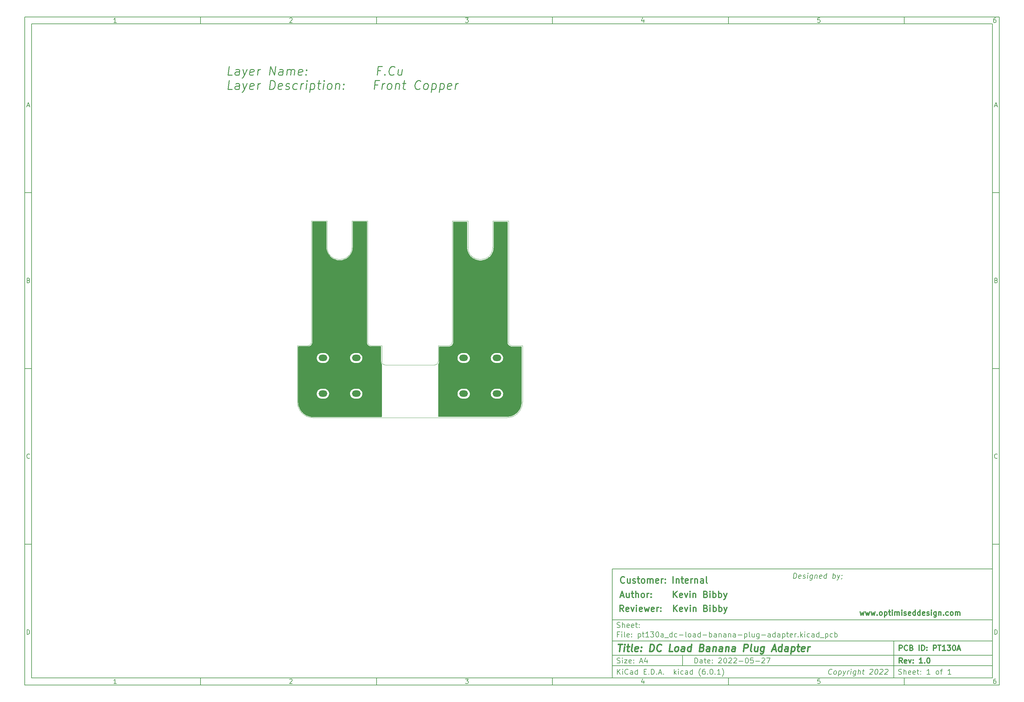
<source format=gbr>
%TF.GenerationSoftware,KiCad,Pcbnew,(6.0.1)*%
%TF.CreationDate,2022-05-27T18:48:00+01:00*%
%TF.ProjectId,pt130a_dc-load-banana-plug-adapter,70743133-3061-45f6-9463-2d6c6f61642d,1.0*%
%TF.SameCoordinates,PX53724e0PY7641700*%
%TF.FileFunction,Copper,L1,Top*%
%TF.FilePolarity,Positive*%
%FSLAX46Y46*%
G04 Gerber Fmt 4.6, Leading zero omitted, Abs format (unit mm)*
G04 Created by KiCad (PCBNEW (6.0.1)) date 2022-05-27 18:48:00*
%MOMM*%
%LPD*%
G01*
G04 APERTURE LIST*
%ADD10C,0.100000*%
%ADD11C,0.150000*%
%ADD12C,0.300000*%
%ADD13C,0.400000*%
%ADD14C,0.360000*%
%TA.AperFunction,Profile*%
%ADD15C,0.050000*%
%TD*%
%ADD16C,0.250000*%
%TA.AperFunction,NonConductor*%
%ADD17C,0.250000*%
%TD*%
%TA.AperFunction,ComponentPad*%
%ADD18O,2.500000X1.800000*%
%TD*%
%TA.AperFunction,ComponentPad*%
%ADD19C,3.300000*%
%TD*%
%TA.AperFunction,ViaPad*%
%ADD20C,0.900000*%
%TD*%
G04 APERTURE END LIST*
D10*
D11*
X89502200Y-43007200D02*
X89502200Y-74007200D01*
X197502200Y-74007200D01*
X197502200Y-43007200D01*
X89502200Y-43007200D01*
D10*
D11*
X-77500000Y114000000D02*
X-77500000Y-76007200D01*
X199502200Y-76007200D01*
X199502200Y114000000D01*
X-77500000Y114000000D01*
D10*
D11*
X-75500000Y112000000D02*
X-75500000Y-74007200D01*
X197502200Y-74007200D01*
X197502200Y112000000D01*
X-75500000Y112000000D01*
D10*
D11*
X-27500000Y112000000D02*
X-27500000Y114000000D01*
D10*
D11*
X22500000Y112000000D02*
X22500000Y114000000D01*
D10*
D11*
X72500000Y112000000D02*
X72500000Y114000000D01*
D10*
D11*
X122500000Y112000000D02*
X122500000Y114000000D01*
D10*
D11*
X172500000Y112000000D02*
X172500000Y114000000D01*
D10*
D11*
X-51434524Y112411905D02*
X-52177381Y112411905D01*
X-51805953Y112411905D02*
X-51805953Y113711905D01*
X-51929762Y113526191D01*
X-52053572Y113402381D01*
X-52177381Y113340477D01*
D10*
D11*
X-2177381Y113588096D02*
X-2115477Y113650000D01*
X-1991667Y113711905D01*
X-1682143Y113711905D01*
X-1558334Y113650000D01*
X-1496429Y113588096D01*
X-1434524Y113464286D01*
X-1434524Y113340477D01*
X-1496429Y113154762D01*
X-2239286Y112411905D01*
X-1434524Y112411905D01*
D10*
D11*
X47760714Y113711905D02*
X48565476Y113711905D01*
X48132142Y113216667D01*
X48317857Y113216667D01*
X48441666Y113154762D01*
X48503571Y113092858D01*
X48565476Y112969048D01*
X48565476Y112659524D01*
X48503571Y112535715D01*
X48441666Y112473810D01*
X48317857Y112411905D01*
X47946428Y112411905D01*
X47822619Y112473810D01*
X47760714Y112535715D01*
D10*
D11*
X98441666Y113278572D02*
X98441666Y112411905D01*
X98132142Y113773810D02*
X97822619Y112845239D01*
X98627380Y112845239D01*
D10*
D11*
X148503571Y113711905D02*
X147884523Y113711905D01*
X147822619Y113092858D01*
X147884523Y113154762D01*
X148008333Y113216667D01*
X148317857Y113216667D01*
X148441666Y113154762D01*
X148503571Y113092858D01*
X148565476Y112969048D01*
X148565476Y112659524D01*
X148503571Y112535715D01*
X148441666Y112473810D01*
X148317857Y112411905D01*
X148008333Y112411905D01*
X147884523Y112473810D01*
X147822619Y112535715D01*
D10*
D11*
X198441666Y113711905D02*
X198194047Y113711905D01*
X198070238Y113650000D01*
X198008333Y113588096D01*
X197884523Y113402381D01*
X197822619Y113154762D01*
X197822619Y112659524D01*
X197884523Y112535715D01*
X197946428Y112473810D01*
X198070238Y112411905D01*
X198317857Y112411905D01*
X198441666Y112473810D01*
X198503571Y112535715D01*
X198565476Y112659524D01*
X198565476Y112969048D01*
X198503571Y113092858D01*
X198441666Y113154762D01*
X198317857Y113216667D01*
X198070238Y113216667D01*
X197946428Y113154762D01*
X197884523Y113092858D01*
X197822619Y112969048D01*
D10*
D11*
X-27500000Y-74007200D02*
X-27500000Y-76007200D01*
D10*
D11*
X22500000Y-74007200D02*
X22500000Y-76007200D01*
D10*
D11*
X72500000Y-74007200D02*
X72500000Y-76007200D01*
D10*
D11*
X122500000Y-74007200D02*
X122500000Y-76007200D01*
D10*
D11*
X172500000Y-74007200D02*
X172500000Y-76007200D01*
D10*
D11*
X-51434524Y-75595295D02*
X-52177381Y-75595295D01*
X-51805953Y-75595295D02*
X-51805953Y-74295295D01*
X-51929762Y-74481009D01*
X-52053572Y-74604819D01*
X-52177381Y-74666723D01*
D10*
D11*
X-2177381Y-74419104D02*
X-2115477Y-74357200D01*
X-1991667Y-74295295D01*
X-1682143Y-74295295D01*
X-1558334Y-74357200D01*
X-1496429Y-74419104D01*
X-1434524Y-74542914D01*
X-1434524Y-74666723D01*
X-1496429Y-74852438D01*
X-2239286Y-75595295D01*
X-1434524Y-75595295D01*
D10*
D11*
X47760714Y-74295295D02*
X48565476Y-74295295D01*
X48132142Y-74790533D01*
X48317857Y-74790533D01*
X48441666Y-74852438D01*
X48503571Y-74914342D01*
X48565476Y-75038152D01*
X48565476Y-75347676D01*
X48503571Y-75471485D01*
X48441666Y-75533390D01*
X48317857Y-75595295D01*
X47946428Y-75595295D01*
X47822619Y-75533390D01*
X47760714Y-75471485D01*
D10*
D11*
X98441666Y-74728628D02*
X98441666Y-75595295D01*
X98132142Y-74233390D02*
X97822619Y-75161961D01*
X98627380Y-75161961D01*
D10*
D11*
X148503571Y-74295295D02*
X147884523Y-74295295D01*
X147822619Y-74914342D01*
X147884523Y-74852438D01*
X148008333Y-74790533D01*
X148317857Y-74790533D01*
X148441666Y-74852438D01*
X148503571Y-74914342D01*
X148565476Y-75038152D01*
X148565476Y-75347676D01*
X148503571Y-75471485D01*
X148441666Y-75533390D01*
X148317857Y-75595295D01*
X148008333Y-75595295D01*
X147884523Y-75533390D01*
X147822619Y-75471485D01*
D10*
D11*
X198441666Y-74295295D02*
X198194047Y-74295295D01*
X198070238Y-74357200D01*
X198008333Y-74419104D01*
X197884523Y-74604819D01*
X197822619Y-74852438D01*
X197822619Y-75347676D01*
X197884523Y-75471485D01*
X197946428Y-75533390D01*
X198070238Y-75595295D01*
X198317857Y-75595295D01*
X198441666Y-75533390D01*
X198503571Y-75471485D01*
X198565476Y-75347676D01*
X198565476Y-75038152D01*
X198503571Y-74914342D01*
X198441666Y-74852438D01*
X198317857Y-74790533D01*
X198070238Y-74790533D01*
X197946428Y-74852438D01*
X197884523Y-74914342D01*
X197822619Y-75038152D01*
D10*
D11*
X-77500000Y64000000D02*
X-75500000Y64000000D01*
D10*
D11*
X-77500000Y14000000D02*
X-75500000Y14000000D01*
D10*
D11*
X-77500000Y-36000000D02*
X-75500000Y-36000000D01*
D10*
D11*
X-76809524Y88783334D02*
X-76190477Y88783334D01*
X-76933334Y88411905D02*
X-76500000Y89711905D01*
X-76066667Y88411905D01*
D10*
D11*
X-76407143Y39092858D02*
X-76221429Y39030953D01*
X-76159524Y38969048D01*
X-76097620Y38845239D01*
X-76097620Y38659524D01*
X-76159524Y38535715D01*
X-76221429Y38473810D01*
X-76345239Y38411905D01*
X-76840477Y38411905D01*
X-76840477Y39711905D01*
X-76407143Y39711905D01*
X-76283334Y39650000D01*
X-76221429Y39588096D01*
X-76159524Y39464286D01*
X-76159524Y39340477D01*
X-76221429Y39216667D01*
X-76283334Y39154762D01*
X-76407143Y39092858D01*
X-76840477Y39092858D01*
D10*
D11*
X-76097620Y-11464285D02*
X-76159524Y-11526190D01*
X-76345239Y-11588095D01*
X-76469048Y-11588095D01*
X-76654762Y-11526190D01*
X-76778572Y-11402380D01*
X-76840477Y-11278571D01*
X-76902381Y-11030952D01*
X-76902381Y-10845238D01*
X-76840477Y-10597619D01*
X-76778572Y-10473809D01*
X-76654762Y-10350000D01*
X-76469048Y-10288095D01*
X-76345239Y-10288095D01*
X-76159524Y-10350000D01*
X-76097620Y-10411904D01*
D10*
D11*
X-76840477Y-61588095D02*
X-76840477Y-60288095D01*
X-76530953Y-60288095D01*
X-76345239Y-60350000D01*
X-76221429Y-60473809D01*
X-76159524Y-60597619D01*
X-76097620Y-60845238D01*
X-76097620Y-61030952D01*
X-76159524Y-61278571D01*
X-76221429Y-61402380D01*
X-76345239Y-61526190D01*
X-76530953Y-61588095D01*
X-76840477Y-61588095D01*
D10*
D11*
X199502200Y64000000D02*
X197502200Y64000000D01*
D10*
D11*
X199502200Y14000000D02*
X197502200Y14000000D01*
D10*
D11*
X199502200Y-36000000D02*
X197502200Y-36000000D01*
D10*
D11*
X198192676Y88783334D02*
X198811723Y88783334D01*
X198068866Y88411905D02*
X198502200Y89711905D01*
X198935533Y88411905D01*
D10*
D11*
X198595057Y39092858D02*
X198780771Y39030953D01*
X198842676Y38969048D01*
X198904580Y38845239D01*
X198904580Y38659524D01*
X198842676Y38535715D01*
X198780771Y38473810D01*
X198656961Y38411905D01*
X198161723Y38411905D01*
X198161723Y39711905D01*
X198595057Y39711905D01*
X198718866Y39650000D01*
X198780771Y39588096D01*
X198842676Y39464286D01*
X198842676Y39340477D01*
X198780771Y39216667D01*
X198718866Y39154762D01*
X198595057Y39092858D01*
X198161723Y39092858D01*
D10*
D11*
X198904580Y-11464285D02*
X198842676Y-11526190D01*
X198656961Y-11588095D01*
X198533152Y-11588095D01*
X198347438Y-11526190D01*
X198223628Y-11402380D01*
X198161723Y-11278571D01*
X198099819Y-11030952D01*
X198099819Y-10845238D01*
X198161723Y-10597619D01*
X198223628Y-10473809D01*
X198347438Y-10350000D01*
X198533152Y-10288095D01*
X198656961Y-10288095D01*
X198842676Y-10350000D01*
X198904580Y-10411904D01*
D10*
D11*
X198161723Y-61588095D02*
X198161723Y-60288095D01*
X198471247Y-60288095D01*
X198656961Y-60350000D01*
X198780771Y-60473809D01*
X198842676Y-60597619D01*
X198904580Y-60845238D01*
X198904580Y-61030952D01*
X198842676Y-61278571D01*
X198780771Y-61402380D01*
X198656961Y-61526190D01*
X198471247Y-61588095D01*
X198161723Y-61588095D01*
D10*
D11*
X112934342Y-69785771D02*
X112934342Y-68285771D01*
X113291485Y-68285771D01*
X113505771Y-68357200D01*
X113648628Y-68500057D01*
X113720057Y-68642914D01*
X113791485Y-68928628D01*
X113791485Y-69142914D01*
X113720057Y-69428628D01*
X113648628Y-69571485D01*
X113505771Y-69714342D01*
X113291485Y-69785771D01*
X112934342Y-69785771D01*
X115077200Y-69785771D02*
X115077200Y-69000057D01*
X115005771Y-68857200D01*
X114862914Y-68785771D01*
X114577200Y-68785771D01*
X114434342Y-68857200D01*
X115077200Y-69714342D02*
X114934342Y-69785771D01*
X114577200Y-69785771D01*
X114434342Y-69714342D01*
X114362914Y-69571485D01*
X114362914Y-69428628D01*
X114434342Y-69285771D01*
X114577200Y-69214342D01*
X114934342Y-69214342D01*
X115077200Y-69142914D01*
X115577200Y-68785771D02*
X116148628Y-68785771D01*
X115791485Y-68285771D02*
X115791485Y-69571485D01*
X115862914Y-69714342D01*
X116005771Y-69785771D01*
X116148628Y-69785771D01*
X117220057Y-69714342D02*
X117077200Y-69785771D01*
X116791485Y-69785771D01*
X116648628Y-69714342D01*
X116577200Y-69571485D01*
X116577200Y-69000057D01*
X116648628Y-68857200D01*
X116791485Y-68785771D01*
X117077200Y-68785771D01*
X117220057Y-68857200D01*
X117291485Y-69000057D01*
X117291485Y-69142914D01*
X116577200Y-69285771D01*
X117934342Y-69642914D02*
X118005771Y-69714342D01*
X117934342Y-69785771D01*
X117862914Y-69714342D01*
X117934342Y-69642914D01*
X117934342Y-69785771D01*
X117934342Y-68857200D02*
X118005771Y-68928628D01*
X117934342Y-69000057D01*
X117862914Y-68928628D01*
X117934342Y-68857200D01*
X117934342Y-69000057D01*
X119720057Y-68428628D02*
X119791485Y-68357200D01*
X119934342Y-68285771D01*
X120291485Y-68285771D01*
X120434342Y-68357200D01*
X120505771Y-68428628D01*
X120577200Y-68571485D01*
X120577200Y-68714342D01*
X120505771Y-68928628D01*
X119648628Y-69785771D01*
X120577200Y-69785771D01*
X121505771Y-68285771D02*
X121648628Y-68285771D01*
X121791485Y-68357200D01*
X121862914Y-68428628D01*
X121934342Y-68571485D01*
X122005771Y-68857200D01*
X122005771Y-69214342D01*
X121934342Y-69500057D01*
X121862914Y-69642914D01*
X121791485Y-69714342D01*
X121648628Y-69785771D01*
X121505771Y-69785771D01*
X121362914Y-69714342D01*
X121291485Y-69642914D01*
X121220057Y-69500057D01*
X121148628Y-69214342D01*
X121148628Y-68857200D01*
X121220057Y-68571485D01*
X121291485Y-68428628D01*
X121362914Y-68357200D01*
X121505771Y-68285771D01*
X122577200Y-68428628D02*
X122648628Y-68357200D01*
X122791485Y-68285771D01*
X123148628Y-68285771D01*
X123291485Y-68357200D01*
X123362914Y-68428628D01*
X123434342Y-68571485D01*
X123434342Y-68714342D01*
X123362914Y-68928628D01*
X122505771Y-69785771D01*
X123434342Y-69785771D01*
X124005771Y-68428628D02*
X124077200Y-68357200D01*
X124220057Y-68285771D01*
X124577200Y-68285771D01*
X124720057Y-68357200D01*
X124791485Y-68428628D01*
X124862914Y-68571485D01*
X124862914Y-68714342D01*
X124791485Y-68928628D01*
X123934342Y-69785771D01*
X124862914Y-69785771D01*
X125505771Y-69214342D02*
X126648628Y-69214342D01*
X127648628Y-68285771D02*
X127791485Y-68285771D01*
X127934342Y-68357200D01*
X128005771Y-68428628D01*
X128077200Y-68571485D01*
X128148628Y-68857200D01*
X128148628Y-69214342D01*
X128077200Y-69500057D01*
X128005771Y-69642914D01*
X127934342Y-69714342D01*
X127791485Y-69785771D01*
X127648628Y-69785771D01*
X127505771Y-69714342D01*
X127434342Y-69642914D01*
X127362914Y-69500057D01*
X127291485Y-69214342D01*
X127291485Y-68857200D01*
X127362914Y-68571485D01*
X127434342Y-68428628D01*
X127505771Y-68357200D01*
X127648628Y-68285771D01*
X129505771Y-68285771D02*
X128791485Y-68285771D01*
X128720057Y-69000057D01*
X128791485Y-68928628D01*
X128934342Y-68857200D01*
X129291485Y-68857200D01*
X129434342Y-68928628D01*
X129505771Y-69000057D01*
X129577200Y-69142914D01*
X129577200Y-69500057D01*
X129505771Y-69642914D01*
X129434342Y-69714342D01*
X129291485Y-69785771D01*
X128934342Y-69785771D01*
X128791485Y-69714342D01*
X128720057Y-69642914D01*
X130220057Y-69214342D02*
X131362914Y-69214342D01*
X132005771Y-68428628D02*
X132077200Y-68357200D01*
X132220057Y-68285771D01*
X132577200Y-68285771D01*
X132720057Y-68357200D01*
X132791485Y-68428628D01*
X132862914Y-68571485D01*
X132862914Y-68714342D01*
X132791485Y-68928628D01*
X131934342Y-69785771D01*
X132862914Y-69785771D01*
X133362914Y-68285771D02*
X134362914Y-68285771D01*
X133720057Y-69785771D01*
D10*
D11*
X89502200Y-70507200D02*
X197502200Y-70507200D01*
D10*
D11*
X90934342Y-72985771D02*
X90934342Y-71485771D01*
X91791485Y-72985771D02*
X91148628Y-72128628D01*
X91791485Y-71485771D02*
X90934342Y-72342914D01*
X92434342Y-72985771D02*
X92434342Y-71985771D01*
X92434342Y-71485771D02*
X92362914Y-71557200D01*
X92434342Y-71628628D01*
X92505771Y-71557200D01*
X92434342Y-71485771D01*
X92434342Y-71628628D01*
X94005771Y-72842914D02*
X93934342Y-72914342D01*
X93720057Y-72985771D01*
X93577200Y-72985771D01*
X93362914Y-72914342D01*
X93220057Y-72771485D01*
X93148628Y-72628628D01*
X93077200Y-72342914D01*
X93077200Y-72128628D01*
X93148628Y-71842914D01*
X93220057Y-71700057D01*
X93362914Y-71557200D01*
X93577200Y-71485771D01*
X93720057Y-71485771D01*
X93934342Y-71557200D01*
X94005771Y-71628628D01*
X95291485Y-72985771D02*
X95291485Y-72200057D01*
X95220057Y-72057200D01*
X95077200Y-71985771D01*
X94791485Y-71985771D01*
X94648628Y-72057200D01*
X95291485Y-72914342D02*
X95148628Y-72985771D01*
X94791485Y-72985771D01*
X94648628Y-72914342D01*
X94577200Y-72771485D01*
X94577200Y-72628628D01*
X94648628Y-72485771D01*
X94791485Y-72414342D01*
X95148628Y-72414342D01*
X95291485Y-72342914D01*
X96648628Y-72985771D02*
X96648628Y-71485771D01*
X96648628Y-72914342D02*
X96505771Y-72985771D01*
X96220057Y-72985771D01*
X96077200Y-72914342D01*
X96005771Y-72842914D01*
X95934342Y-72700057D01*
X95934342Y-72271485D01*
X96005771Y-72128628D01*
X96077200Y-72057200D01*
X96220057Y-71985771D01*
X96505771Y-71985771D01*
X96648628Y-72057200D01*
X98505771Y-72200057D02*
X99005771Y-72200057D01*
X99220057Y-72985771D02*
X98505771Y-72985771D01*
X98505771Y-71485771D01*
X99220057Y-71485771D01*
X99862914Y-72842914D02*
X99934342Y-72914342D01*
X99862914Y-72985771D01*
X99791485Y-72914342D01*
X99862914Y-72842914D01*
X99862914Y-72985771D01*
X100577200Y-72985771D02*
X100577200Y-71485771D01*
X100934342Y-71485771D01*
X101148628Y-71557200D01*
X101291485Y-71700057D01*
X101362914Y-71842914D01*
X101434342Y-72128628D01*
X101434342Y-72342914D01*
X101362914Y-72628628D01*
X101291485Y-72771485D01*
X101148628Y-72914342D01*
X100934342Y-72985771D01*
X100577200Y-72985771D01*
X102077200Y-72842914D02*
X102148628Y-72914342D01*
X102077200Y-72985771D01*
X102005771Y-72914342D01*
X102077200Y-72842914D01*
X102077200Y-72985771D01*
X102720057Y-72557200D02*
X103434342Y-72557200D01*
X102577200Y-72985771D02*
X103077200Y-71485771D01*
X103577200Y-72985771D01*
X104077200Y-72842914D02*
X104148628Y-72914342D01*
X104077200Y-72985771D01*
X104005771Y-72914342D01*
X104077200Y-72842914D01*
X104077200Y-72985771D01*
X107077200Y-72985771D02*
X107077200Y-71485771D01*
X107220057Y-72414342D02*
X107648628Y-72985771D01*
X107648628Y-71985771D02*
X107077200Y-72557200D01*
X108291485Y-72985771D02*
X108291485Y-71985771D01*
X108291485Y-71485771D02*
X108220057Y-71557200D01*
X108291485Y-71628628D01*
X108362914Y-71557200D01*
X108291485Y-71485771D01*
X108291485Y-71628628D01*
X109648628Y-72914342D02*
X109505771Y-72985771D01*
X109220057Y-72985771D01*
X109077200Y-72914342D01*
X109005771Y-72842914D01*
X108934342Y-72700057D01*
X108934342Y-72271485D01*
X109005771Y-72128628D01*
X109077200Y-72057200D01*
X109220057Y-71985771D01*
X109505771Y-71985771D01*
X109648628Y-72057200D01*
X110934342Y-72985771D02*
X110934342Y-72200057D01*
X110862914Y-72057200D01*
X110720057Y-71985771D01*
X110434342Y-71985771D01*
X110291485Y-72057200D01*
X110934342Y-72914342D02*
X110791485Y-72985771D01*
X110434342Y-72985771D01*
X110291485Y-72914342D01*
X110220057Y-72771485D01*
X110220057Y-72628628D01*
X110291485Y-72485771D01*
X110434342Y-72414342D01*
X110791485Y-72414342D01*
X110934342Y-72342914D01*
X112291485Y-72985771D02*
X112291485Y-71485771D01*
X112291485Y-72914342D02*
X112148628Y-72985771D01*
X111862914Y-72985771D01*
X111720057Y-72914342D01*
X111648628Y-72842914D01*
X111577200Y-72700057D01*
X111577200Y-72271485D01*
X111648628Y-72128628D01*
X111720057Y-72057200D01*
X111862914Y-71985771D01*
X112148628Y-71985771D01*
X112291485Y-72057200D01*
X114577200Y-73557200D02*
X114505771Y-73485771D01*
X114362914Y-73271485D01*
X114291485Y-73128628D01*
X114220057Y-72914342D01*
X114148628Y-72557200D01*
X114148628Y-72271485D01*
X114220057Y-71914342D01*
X114291485Y-71700057D01*
X114362914Y-71557200D01*
X114505771Y-71342914D01*
X114577200Y-71271485D01*
X115791485Y-71485771D02*
X115505771Y-71485771D01*
X115362914Y-71557200D01*
X115291485Y-71628628D01*
X115148628Y-71842914D01*
X115077200Y-72128628D01*
X115077200Y-72700057D01*
X115148628Y-72842914D01*
X115220057Y-72914342D01*
X115362914Y-72985771D01*
X115648628Y-72985771D01*
X115791485Y-72914342D01*
X115862914Y-72842914D01*
X115934342Y-72700057D01*
X115934342Y-72342914D01*
X115862914Y-72200057D01*
X115791485Y-72128628D01*
X115648628Y-72057200D01*
X115362914Y-72057200D01*
X115220057Y-72128628D01*
X115148628Y-72200057D01*
X115077200Y-72342914D01*
X116577200Y-72842914D02*
X116648628Y-72914342D01*
X116577200Y-72985771D01*
X116505771Y-72914342D01*
X116577200Y-72842914D01*
X116577200Y-72985771D01*
X117577200Y-71485771D02*
X117720057Y-71485771D01*
X117862914Y-71557200D01*
X117934342Y-71628628D01*
X118005771Y-71771485D01*
X118077200Y-72057200D01*
X118077200Y-72414342D01*
X118005771Y-72700057D01*
X117934342Y-72842914D01*
X117862914Y-72914342D01*
X117720057Y-72985771D01*
X117577200Y-72985771D01*
X117434342Y-72914342D01*
X117362914Y-72842914D01*
X117291485Y-72700057D01*
X117220057Y-72414342D01*
X117220057Y-72057200D01*
X117291485Y-71771485D01*
X117362914Y-71628628D01*
X117434342Y-71557200D01*
X117577200Y-71485771D01*
X118720057Y-72842914D02*
X118791485Y-72914342D01*
X118720057Y-72985771D01*
X118648628Y-72914342D01*
X118720057Y-72842914D01*
X118720057Y-72985771D01*
X120220057Y-72985771D02*
X119362914Y-72985771D01*
X119791485Y-72985771D02*
X119791485Y-71485771D01*
X119648628Y-71700057D01*
X119505771Y-71842914D01*
X119362914Y-71914342D01*
X120720057Y-73557200D02*
X120791485Y-73485771D01*
X120934342Y-73271485D01*
X121005771Y-73128628D01*
X121077200Y-72914342D01*
X121148628Y-72557200D01*
X121148628Y-72271485D01*
X121077200Y-71914342D01*
X121005771Y-71700057D01*
X120934342Y-71557200D01*
X120791485Y-71342914D01*
X120720057Y-71271485D01*
D10*
D11*
X89502000Y-67507000D02*
X197502000Y-67507000D01*
D10*
D11*
X151816271Y-72842914D02*
X151735914Y-72914342D01*
X151512700Y-72985771D01*
X151369842Y-72985771D01*
X151164485Y-72914342D01*
X151039485Y-72771485D01*
X150985914Y-72628628D01*
X150950200Y-72342914D01*
X150976985Y-72128628D01*
X151084128Y-71842914D01*
X151173414Y-71700057D01*
X151334128Y-71557200D01*
X151557342Y-71485771D01*
X151700200Y-71485771D01*
X151905557Y-71557200D01*
X151968057Y-71628628D01*
X152655557Y-72985771D02*
X152521628Y-72914342D01*
X152459128Y-72842914D01*
X152405557Y-72700057D01*
X152459128Y-72271485D01*
X152548414Y-72128628D01*
X152628771Y-72057200D01*
X152780557Y-71985771D01*
X152994842Y-71985771D01*
X153128771Y-72057200D01*
X153191271Y-72128628D01*
X153244842Y-72271485D01*
X153191271Y-72700057D01*
X153101985Y-72842914D01*
X153021628Y-72914342D01*
X152869842Y-72985771D01*
X152655557Y-72985771D01*
X153923414Y-71985771D02*
X153735914Y-73485771D01*
X153914485Y-72057200D02*
X154066271Y-71985771D01*
X154351985Y-71985771D01*
X154485914Y-72057200D01*
X154548414Y-72128628D01*
X154601985Y-72271485D01*
X154548414Y-72700057D01*
X154459128Y-72842914D01*
X154378771Y-72914342D01*
X154226985Y-72985771D01*
X153941271Y-72985771D01*
X153807342Y-72914342D01*
X155137700Y-71985771D02*
X155369842Y-72985771D01*
X155851985Y-71985771D02*
X155369842Y-72985771D01*
X155182342Y-73342914D01*
X155101985Y-73414342D01*
X154950200Y-73485771D01*
X156298414Y-72985771D02*
X156423414Y-71985771D01*
X156387700Y-72271485D02*
X156476985Y-72128628D01*
X156557342Y-72057200D01*
X156709128Y-71985771D01*
X156851985Y-71985771D01*
X157226985Y-72985771D02*
X157351985Y-71985771D01*
X157414485Y-71485771D02*
X157334128Y-71557200D01*
X157396628Y-71628628D01*
X157476985Y-71557200D01*
X157414485Y-71485771D01*
X157396628Y-71628628D01*
X158709128Y-71985771D02*
X158557342Y-73200057D01*
X158468057Y-73342914D01*
X158387700Y-73414342D01*
X158235914Y-73485771D01*
X158021628Y-73485771D01*
X157887700Y-73414342D01*
X158593057Y-72914342D02*
X158441271Y-72985771D01*
X158155557Y-72985771D01*
X158021628Y-72914342D01*
X157959128Y-72842914D01*
X157905557Y-72700057D01*
X157959128Y-72271485D01*
X158048414Y-72128628D01*
X158128771Y-72057200D01*
X158280557Y-71985771D01*
X158566271Y-71985771D01*
X158700200Y-72057200D01*
X159298414Y-72985771D02*
X159485914Y-71485771D01*
X159941271Y-72985771D02*
X160039485Y-72200057D01*
X159985914Y-72057200D01*
X159851985Y-71985771D01*
X159637700Y-71985771D01*
X159485914Y-72057200D01*
X159405557Y-72128628D01*
X160566271Y-71985771D02*
X161137700Y-71985771D01*
X160843057Y-71485771D02*
X160682342Y-72771485D01*
X160735914Y-72914342D01*
X160869842Y-72985771D01*
X161012700Y-72985771D01*
X162753771Y-71628628D02*
X162834128Y-71557200D01*
X162985914Y-71485771D01*
X163343057Y-71485771D01*
X163476985Y-71557200D01*
X163539485Y-71628628D01*
X163593057Y-71771485D01*
X163575200Y-71914342D01*
X163476985Y-72128628D01*
X162512700Y-72985771D01*
X163441271Y-72985771D01*
X164557342Y-71485771D02*
X164700200Y-71485771D01*
X164834128Y-71557200D01*
X164896628Y-71628628D01*
X164950200Y-71771485D01*
X164985914Y-72057200D01*
X164941271Y-72414342D01*
X164834128Y-72700057D01*
X164744842Y-72842914D01*
X164664485Y-72914342D01*
X164512700Y-72985771D01*
X164369842Y-72985771D01*
X164235914Y-72914342D01*
X164173414Y-72842914D01*
X164119842Y-72700057D01*
X164084128Y-72414342D01*
X164128771Y-72057200D01*
X164235914Y-71771485D01*
X164325200Y-71628628D01*
X164405557Y-71557200D01*
X164557342Y-71485771D01*
X165610914Y-71628628D02*
X165691271Y-71557200D01*
X165843057Y-71485771D01*
X166200200Y-71485771D01*
X166334128Y-71557200D01*
X166396628Y-71628628D01*
X166450200Y-71771485D01*
X166432342Y-71914342D01*
X166334128Y-72128628D01*
X165369842Y-72985771D01*
X166298414Y-72985771D01*
X167039485Y-71628628D02*
X167119842Y-71557200D01*
X167271628Y-71485771D01*
X167628771Y-71485771D01*
X167762700Y-71557200D01*
X167825200Y-71628628D01*
X167878771Y-71771485D01*
X167860914Y-71914342D01*
X167762700Y-72128628D01*
X166798414Y-72985771D01*
X167726985Y-72985771D01*
D10*
D12*
X171052342Y-66185771D02*
X171052342Y-64685771D01*
X171623771Y-64685771D01*
X171766628Y-64757200D01*
X171838057Y-64828628D01*
X171909485Y-64971485D01*
X171909485Y-65185771D01*
X171838057Y-65328628D01*
X171766628Y-65400057D01*
X171623771Y-65471485D01*
X171052342Y-65471485D01*
X173409485Y-66042914D02*
X173338057Y-66114342D01*
X173123771Y-66185771D01*
X172980914Y-66185771D01*
X172766628Y-66114342D01*
X172623771Y-65971485D01*
X172552342Y-65828628D01*
X172480914Y-65542914D01*
X172480914Y-65328628D01*
X172552342Y-65042914D01*
X172623771Y-64900057D01*
X172766628Y-64757200D01*
X172980914Y-64685771D01*
X173123771Y-64685771D01*
X173338057Y-64757200D01*
X173409485Y-64828628D01*
X174552342Y-65400057D02*
X174766628Y-65471485D01*
X174838057Y-65542914D01*
X174909485Y-65685771D01*
X174909485Y-65900057D01*
X174838057Y-66042914D01*
X174766628Y-66114342D01*
X174623771Y-66185771D01*
X174052342Y-66185771D01*
X174052342Y-64685771D01*
X174552342Y-64685771D01*
X174695200Y-64757200D01*
X174766628Y-64828628D01*
X174838057Y-64971485D01*
X174838057Y-65114342D01*
X174766628Y-65257200D01*
X174695200Y-65328628D01*
X174552342Y-65400057D01*
X174052342Y-65400057D01*
X176695200Y-66185771D02*
X176695200Y-64685771D01*
X177409485Y-66185771D02*
X177409485Y-64685771D01*
X177766628Y-64685771D01*
X177980914Y-64757200D01*
X178123771Y-64900057D01*
X178195200Y-65042914D01*
X178266628Y-65328628D01*
X178266628Y-65542914D01*
X178195200Y-65828628D01*
X178123771Y-65971485D01*
X177980914Y-66114342D01*
X177766628Y-66185771D01*
X177409485Y-66185771D01*
X178909485Y-66042914D02*
X178980914Y-66114342D01*
X178909485Y-66185771D01*
X178838057Y-66114342D01*
X178909485Y-66042914D01*
X178909485Y-66185771D01*
X178909485Y-65257200D02*
X178980914Y-65328628D01*
X178909485Y-65400057D01*
X178838057Y-65328628D01*
X178909485Y-65257200D01*
X178909485Y-65400057D01*
X180766628Y-66185771D02*
X180766628Y-64685771D01*
X181338057Y-64685771D01*
X181480914Y-64757200D01*
X181552342Y-64828628D01*
X181623771Y-64971485D01*
X181623771Y-65185771D01*
X181552342Y-65328628D01*
X181480914Y-65400057D01*
X181338057Y-65471485D01*
X180766628Y-65471485D01*
X182052342Y-64685771D02*
X182909485Y-64685771D01*
X182480914Y-66185771D02*
X182480914Y-64685771D01*
X184195200Y-66185771D02*
X183338057Y-66185771D01*
X183766628Y-66185771D02*
X183766628Y-64685771D01*
X183623771Y-64900057D01*
X183480914Y-65042914D01*
X183338057Y-65114342D01*
X184695200Y-64685771D02*
X185623771Y-64685771D01*
X185123771Y-65257200D01*
X185338057Y-65257200D01*
X185480914Y-65328628D01*
X185552342Y-65400057D01*
X185623771Y-65542914D01*
X185623771Y-65900057D01*
X185552342Y-66042914D01*
X185480914Y-66114342D01*
X185338057Y-66185771D01*
X184909485Y-66185771D01*
X184766628Y-66114342D01*
X184695200Y-66042914D01*
X186552342Y-64685771D02*
X186695200Y-64685771D01*
X186838057Y-64757200D01*
X186909485Y-64828628D01*
X186980914Y-64971485D01*
X187052342Y-65257200D01*
X187052342Y-65614342D01*
X186980914Y-65900057D01*
X186909485Y-66042914D01*
X186838057Y-66114342D01*
X186695200Y-66185771D01*
X186552342Y-66185771D01*
X186409485Y-66114342D01*
X186338057Y-66042914D01*
X186266628Y-65900057D01*
X186195200Y-65614342D01*
X186195200Y-65257200D01*
X186266628Y-64971485D01*
X186338057Y-64828628D01*
X186409485Y-64757200D01*
X186552342Y-64685771D01*
X187623771Y-65757200D02*
X188338057Y-65757200D01*
X187480914Y-66185771D02*
X187980914Y-64685771D01*
X188480914Y-66185771D01*
D10*
D12*
X171911285Y-69785571D02*
X171411285Y-69071285D01*
X171054142Y-69785571D02*
X171054142Y-68285571D01*
X171625571Y-68285571D01*
X171768428Y-68357000D01*
X171839857Y-68428428D01*
X171911285Y-68571285D01*
X171911285Y-68785571D01*
X171839857Y-68928428D01*
X171768428Y-68999857D01*
X171625571Y-69071285D01*
X171054142Y-69071285D01*
X173125571Y-69714142D02*
X172982714Y-69785571D01*
X172697000Y-69785571D01*
X172554142Y-69714142D01*
X172482714Y-69571285D01*
X172482714Y-68999857D01*
X172554142Y-68857000D01*
X172697000Y-68785571D01*
X172982714Y-68785571D01*
X173125571Y-68857000D01*
X173197000Y-68999857D01*
X173197000Y-69142714D01*
X172482714Y-69285571D01*
X173697000Y-68785571D02*
X174054142Y-69785571D01*
X174411285Y-68785571D01*
X174982714Y-69642714D02*
X175054142Y-69714142D01*
X174982714Y-69785571D01*
X174911285Y-69714142D01*
X174982714Y-69642714D01*
X174982714Y-69785571D01*
X174982714Y-68857000D02*
X175054142Y-68928428D01*
X174982714Y-68999857D01*
X174911285Y-68928428D01*
X174982714Y-68857000D01*
X174982714Y-68999857D01*
X177625571Y-69785571D02*
X176768428Y-69785571D01*
X177197000Y-69785571D02*
X177197000Y-68285571D01*
X177054142Y-68499857D01*
X176911285Y-68642714D01*
X176768428Y-68714142D01*
X178268428Y-69642714D02*
X178339857Y-69714142D01*
X178268428Y-69785571D01*
X178197000Y-69714142D01*
X178268428Y-69642714D01*
X178268428Y-69785571D01*
X179268428Y-68285571D02*
X179411285Y-68285571D01*
X179554142Y-68357000D01*
X179625571Y-68428428D01*
X179697000Y-68571285D01*
X179768428Y-68857000D01*
X179768428Y-69214142D01*
X179697000Y-69499857D01*
X179625571Y-69642714D01*
X179554142Y-69714142D01*
X179411285Y-69785571D01*
X179268428Y-69785571D01*
X179125571Y-69714142D01*
X179054142Y-69642714D01*
X178982714Y-69499857D01*
X178911285Y-69214142D01*
X178911285Y-68857000D01*
X178982714Y-68571285D01*
X179054142Y-68428428D01*
X179125571Y-68357000D01*
X179268428Y-68285571D01*
D10*
D11*
X90862914Y-69714342D02*
X91077200Y-69785771D01*
X91434342Y-69785771D01*
X91577200Y-69714342D01*
X91648628Y-69642914D01*
X91720057Y-69500057D01*
X91720057Y-69357200D01*
X91648628Y-69214342D01*
X91577200Y-69142914D01*
X91434342Y-69071485D01*
X91148628Y-69000057D01*
X91005771Y-68928628D01*
X90934342Y-68857200D01*
X90862914Y-68714342D01*
X90862914Y-68571485D01*
X90934342Y-68428628D01*
X91005771Y-68357200D01*
X91148628Y-68285771D01*
X91505771Y-68285771D01*
X91720057Y-68357200D01*
X92362914Y-69785771D02*
X92362914Y-68785771D01*
X92362914Y-68285771D02*
X92291485Y-68357200D01*
X92362914Y-68428628D01*
X92434342Y-68357200D01*
X92362914Y-68285771D01*
X92362914Y-68428628D01*
X92934342Y-68785771D02*
X93720057Y-68785771D01*
X92934342Y-69785771D01*
X93720057Y-69785771D01*
X94862914Y-69714342D02*
X94720057Y-69785771D01*
X94434342Y-69785771D01*
X94291485Y-69714342D01*
X94220057Y-69571485D01*
X94220057Y-69000057D01*
X94291485Y-68857200D01*
X94434342Y-68785771D01*
X94720057Y-68785771D01*
X94862914Y-68857200D01*
X94934342Y-69000057D01*
X94934342Y-69142914D01*
X94220057Y-69285771D01*
X95577200Y-69642914D02*
X95648628Y-69714342D01*
X95577200Y-69785771D01*
X95505771Y-69714342D01*
X95577200Y-69642914D01*
X95577200Y-69785771D01*
X95577200Y-68857200D02*
X95648628Y-68928628D01*
X95577200Y-69000057D01*
X95505771Y-68928628D01*
X95577200Y-68857200D01*
X95577200Y-69000057D01*
X97362914Y-69357200D02*
X98077200Y-69357200D01*
X97220057Y-69785771D02*
X97720057Y-68285771D01*
X98220057Y-69785771D01*
X99362914Y-68785771D02*
X99362914Y-69785771D01*
X99005771Y-68214342D02*
X98648628Y-69285771D01*
X99577200Y-69285771D01*
D10*
D11*
X170862914Y-72914342D02*
X171077200Y-72985771D01*
X171434342Y-72985771D01*
X171577200Y-72914342D01*
X171648628Y-72842914D01*
X171720057Y-72700057D01*
X171720057Y-72557200D01*
X171648628Y-72414342D01*
X171577200Y-72342914D01*
X171434342Y-72271485D01*
X171148628Y-72200057D01*
X171005771Y-72128628D01*
X170934342Y-72057200D01*
X170862914Y-71914342D01*
X170862914Y-71771485D01*
X170934342Y-71628628D01*
X171005771Y-71557200D01*
X171148628Y-71485771D01*
X171505771Y-71485771D01*
X171720057Y-71557200D01*
X172362914Y-72985771D02*
X172362914Y-71485771D01*
X173005771Y-72985771D02*
X173005771Y-72200057D01*
X172934342Y-72057200D01*
X172791485Y-71985771D01*
X172577200Y-71985771D01*
X172434342Y-72057200D01*
X172362914Y-72128628D01*
X174291485Y-72914342D02*
X174148628Y-72985771D01*
X173862914Y-72985771D01*
X173720057Y-72914342D01*
X173648628Y-72771485D01*
X173648628Y-72200057D01*
X173720057Y-72057200D01*
X173862914Y-71985771D01*
X174148628Y-71985771D01*
X174291485Y-72057200D01*
X174362914Y-72200057D01*
X174362914Y-72342914D01*
X173648628Y-72485771D01*
X175577200Y-72914342D02*
X175434342Y-72985771D01*
X175148628Y-72985771D01*
X175005771Y-72914342D01*
X174934342Y-72771485D01*
X174934342Y-72200057D01*
X175005771Y-72057200D01*
X175148628Y-71985771D01*
X175434342Y-71985771D01*
X175577200Y-72057200D01*
X175648628Y-72200057D01*
X175648628Y-72342914D01*
X174934342Y-72485771D01*
X176077200Y-71985771D02*
X176648628Y-71985771D01*
X176291485Y-71485771D02*
X176291485Y-72771485D01*
X176362914Y-72914342D01*
X176505771Y-72985771D01*
X176648628Y-72985771D01*
X177148628Y-72842914D02*
X177220057Y-72914342D01*
X177148628Y-72985771D01*
X177077200Y-72914342D01*
X177148628Y-72842914D01*
X177148628Y-72985771D01*
X177148628Y-72057200D02*
X177220057Y-72128628D01*
X177148628Y-72200057D01*
X177077200Y-72128628D01*
X177148628Y-72057200D01*
X177148628Y-72200057D01*
X179791485Y-72985771D02*
X178934342Y-72985771D01*
X179362914Y-72985771D02*
X179362914Y-71485771D01*
X179220057Y-71700057D01*
X179077200Y-71842914D01*
X178934342Y-71914342D01*
X181791485Y-72985771D02*
X181648628Y-72914342D01*
X181577200Y-72842914D01*
X181505771Y-72700057D01*
X181505771Y-72271485D01*
X181577200Y-72128628D01*
X181648628Y-72057200D01*
X181791485Y-71985771D01*
X182005771Y-71985771D01*
X182148628Y-72057200D01*
X182220057Y-72128628D01*
X182291485Y-72271485D01*
X182291485Y-72700057D01*
X182220057Y-72842914D01*
X182148628Y-72914342D01*
X182005771Y-72985771D01*
X181791485Y-72985771D01*
X182720057Y-71985771D02*
X183291485Y-71985771D01*
X182934342Y-72985771D02*
X182934342Y-71700057D01*
X183005771Y-71557200D01*
X183148628Y-71485771D01*
X183291485Y-71485771D01*
X185720057Y-72985771D02*
X184862914Y-72985771D01*
X185291485Y-72985771D02*
X185291485Y-71485771D01*
X185148628Y-71700057D01*
X185005771Y-71842914D01*
X184862914Y-71914342D01*
D10*
D11*
X89502200Y-63507200D02*
X197502200Y-63507200D01*
D10*
D13*
X91214580Y-64411961D02*
X92357438Y-64411961D01*
X91536009Y-66411961D02*
X91786009Y-64411961D01*
X92774104Y-66411961D02*
X92940771Y-65078628D01*
X93024104Y-64411961D02*
X92916961Y-64507200D01*
X93000295Y-64602438D01*
X93107438Y-64507200D01*
X93024104Y-64411961D01*
X93000295Y-64602438D01*
X93607438Y-65078628D02*
X94369342Y-65078628D01*
X93976485Y-64411961D02*
X93762200Y-66126247D01*
X93833628Y-66316723D01*
X94012200Y-66411961D01*
X94202676Y-66411961D01*
X95155057Y-66411961D02*
X94976485Y-66316723D01*
X94905057Y-66126247D01*
X95119342Y-64411961D01*
X96690771Y-66316723D02*
X96488390Y-66411961D01*
X96107438Y-66411961D01*
X95928866Y-66316723D01*
X95857438Y-66126247D01*
X95952676Y-65364342D01*
X96071723Y-65173866D01*
X96274104Y-65078628D01*
X96655057Y-65078628D01*
X96833628Y-65173866D01*
X96905057Y-65364342D01*
X96881247Y-65554819D01*
X95905057Y-65745295D01*
X97655057Y-66221485D02*
X97738390Y-66316723D01*
X97631247Y-66411961D01*
X97547914Y-66316723D01*
X97655057Y-66221485D01*
X97631247Y-66411961D01*
X97786009Y-65173866D02*
X97869342Y-65269104D01*
X97762200Y-65364342D01*
X97678866Y-65269104D01*
X97786009Y-65173866D01*
X97762200Y-65364342D01*
X100107438Y-66411961D02*
X100357438Y-64411961D01*
X100833628Y-64411961D01*
X101107438Y-64507200D01*
X101274104Y-64697676D01*
X101345533Y-64888152D01*
X101393152Y-65269104D01*
X101357438Y-65554819D01*
X101214580Y-65935771D01*
X101095533Y-66126247D01*
X100881247Y-66316723D01*
X100583628Y-66411961D01*
X100107438Y-66411961D01*
X103274104Y-66221485D02*
X103166961Y-66316723D01*
X102869342Y-66411961D01*
X102678866Y-66411961D01*
X102405057Y-66316723D01*
X102238390Y-66126247D01*
X102166961Y-65935771D01*
X102119342Y-65554819D01*
X102155057Y-65269104D01*
X102297914Y-64888152D01*
X102416961Y-64697676D01*
X102631247Y-64507200D01*
X102928866Y-64411961D01*
X103119342Y-64411961D01*
X103393152Y-64507200D01*
X103476485Y-64602438D01*
X106583628Y-66411961D02*
X105631247Y-66411961D01*
X105881247Y-64411961D01*
X107536009Y-66411961D02*
X107357438Y-66316723D01*
X107274104Y-66221485D01*
X107202676Y-66031009D01*
X107274104Y-65459580D01*
X107393152Y-65269104D01*
X107500295Y-65173866D01*
X107702676Y-65078628D01*
X107988390Y-65078628D01*
X108166961Y-65173866D01*
X108250295Y-65269104D01*
X108321723Y-65459580D01*
X108250295Y-66031009D01*
X108131247Y-66221485D01*
X108024104Y-66316723D01*
X107821723Y-66411961D01*
X107536009Y-66411961D01*
X109916961Y-66411961D02*
X110047914Y-65364342D01*
X109976485Y-65173866D01*
X109797914Y-65078628D01*
X109416961Y-65078628D01*
X109214580Y-65173866D01*
X109928866Y-66316723D02*
X109726485Y-66411961D01*
X109250295Y-66411961D01*
X109071723Y-66316723D01*
X109000295Y-66126247D01*
X109024104Y-65935771D01*
X109143152Y-65745295D01*
X109345533Y-65650057D01*
X109821723Y-65650057D01*
X110024104Y-65554819D01*
X111726485Y-66411961D02*
X111976485Y-64411961D01*
X111738390Y-66316723D02*
X111536009Y-66411961D01*
X111155057Y-66411961D01*
X110976485Y-66316723D01*
X110893152Y-66221485D01*
X110821723Y-66031009D01*
X110893152Y-65459580D01*
X111012200Y-65269104D01*
X111119342Y-65173866D01*
X111321723Y-65078628D01*
X111702676Y-65078628D01*
X111881247Y-65173866D01*
X115000295Y-65364342D02*
X115274104Y-65459580D01*
X115357438Y-65554819D01*
X115428866Y-65745295D01*
X115393152Y-66031009D01*
X115274104Y-66221485D01*
X115166961Y-66316723D01*
X114964580Y-66411961D01*
X114202676Y-66411961D01*
X114452676Y-64411961D01*
X115119342Y-64411961D01*
X115297914Y-64507200D01*
X115381247Y-64602438D01*
X115452676Y-64792914D01*
X115428866Y-64983390D01*
X115309819Y-65173866D01*
X115202676Y-65269104D01*
X115000295Y-65364342D01*
X114333628Y-65364342D01*
X117059819Y-66411961D02*
X117190771Y-65364342D01*
X117119342Y-65173866D01*
X116940771Y-65078628D01*
X116559819Y-65078628D01*
X116357438Y-65173866D01*
X117071723Y-66316723D02*
X116869342Y-66411961D01*
X116393152Y-66411961D01*
X116214580Y-66316723D01*
X116143152Y-66126247D01*
X116166961Y-65935771D01*
X116286009Y-65745295D01*
X116488390Y-65650057D01*
X116964580Y-65650057D01*
X117166961Y-65554819D01*
X118178866Y-65078628D02*
X118012200Y-66411961D01*
X118155057Y-65269104D02*
X118262200Y-65173866D01*
X118464580Y-65078628D01*
X118750295Y-65078628D01*
X118928866Y-65173866D01*
X119000295Y-65364342D01*
X118869342Y-66411961D01*
X120678866Y-66411961D02*
X120809819Y-65364342D01*
X120738390Y-65173866D01*
X120559819Y-65078628D01*
X120178866Y-65078628D01*
X119976485Y-65173866D01*
X120690771Y-66316723D02*
X120488390Y-66411961D01*
X120012200Y-66411961D01*
X119833628Y-66316723D01*
X119762200Y-66126247D01*
X119786009Y-65935771D01*
X119905057Y-65745295D01*
X120107438Y-65650057D01*
X120583628Y-65650057D01*
X120786009Y-65554819D01*
X121797914Y-65078628D02*
X121631247Y-66411961D01*
X121774104Y-65269104D02*
X121881247Y-65173866D01*
X122083628Y-65078628D01*
X122369342Y-65078628D01*
X122547914Y-65173866D01*
X122619342Y-65364342D01*
X122488390Y-66411961D01*
X124297914Y-66411961D02*
X124428866Y-65364342D01*
X124357438Y-65173866D01*
X124178866Y-65078628D01*
X123797914Y-65078628D01*
X123595533Y-65173866D01*
X124309819Y-66316723D02*
X124107438Y-66411961D01*
X123631247Y-66411961D01*
X123452676Y-66316723D01*
X123381247Y-66126247D01*
X123405057Y-65935771D01*
X123524104Y-65745295D01*
X123726485Y-65650057D01*
X124202676Y-65650057D01*
X124405057Y-65554819D01*
X126774104Y-66411961D02*
X127024104Y-64411961D01*
X127786009Y-64411961D01*
X127964580Y-64507200D01*
X128047914Y-64602438D01*
X128119342Y-64792914D01*
X128083628Y-65078628D01*
X127964580Y-65269104D01*
X127857438Y-65364342D01*
X127655057Y-65459580D01*
X126893152Y-65459580D01*
X129059819Y-66411961D02*
X128881247Y-66316723D01*
X128809819Y-66126247D01*
X129024104Y-64411961D01*
X130845533Y-65078628D02*
X130678866Y-66411961D01*
X129988390Y-65078628D02*
X129857438Y-66126247D01*
X129928866Y-66316723D01*
X130107438Y-66411961D01*
X130393152Y-66411961D01*
X130595533Y-66316723D01*
X130702676Y-66221485D01*
X132655057Y-65078628D02*
X132452676Y-66697676D01*
X132333628Y-66888152D01*
X132226485Y-66983390D01*
X132024104Y-67078628D01*
X131738390Y-67078628D01*
X131559819Y-66983390D01*
X132500295Y-66316723D02*
X132297914Y-66411961D01*
X131916961Y-66411961D01*
X131738390Y-66316723D01*
X131655057Y-66221485D01*
X131583628Y-66031009D01*
X131655057Y-65459580D01*
X131774104Y-65269104D01*
X131881247Y-65173866D01*
X132083628Y-65078628D01*
X132464580Y-65078628D01*
X132643152Y-65173866D01*
X134940771Y-65840533D02*
X135893152Y-65840533D01*
X134678866Y-66411961D02*
X135595533Y-64411961D01*
X136012200Y-66411961D01*
X137536009Y-66411961D02*
X137786009Y-64411961D01*
X137547914Y-66316723D02*
X137345533Y-66411961D01*
X136964580Y-66411961D01*
X136786009Y-66316723D01*
X136702676Y-66221485D01*
X136631247Y-66031009D01*
X136702676Y-65459580D01*
X136821723Y-65269104D01*
X136928866Y-65173866D01*
X137131247Y-65078628D01*
X137512200Y-65078628D01*
X137690771Y-65173866D01*
X139345533Y-66411961D02*
X139476485Y-65364342D01*
X139405057Y-65173866D01*
X139226485Y-65078628D01*
X138845533Y-65078628D01*
X138643152Y-65173866D01*
X139357438Y-66316723D02*
X139155057Y-66411961D01*
X138678866Y-66411961D01*
X138500295Y-66316723D01*
X138428866Y-66126247D01*
X138452676Y-65935771D01*
X138571723Y-65745295D01*
X138774104Y-65650057D01*
X139250295Y-65650057D01*
X139452676Y-65554819D01*
X140464580Y-65078628D02*
X140214580Y-67078628D01*
X140452676Y-65173866D02*
X140655057Y-65078628D01*
X141036009Y-65078628D01*
X141214580Y-65173866D01*
X141297914Y-65269104D01*
X141369342Y-65459580D01*
X141297914Y-66031009D01*
X141178866Y-66221485D01*
X141071723Y-66316723D01*
X140869342Y-66411961D01*
X140488390Y-66411961D01*
X140309819Y-66316723D01*
X141988390Y-65078628D02*
X142750295Y-65078628D01*
X142357438Y-64411961D02*
X142143152Y-66126247D01*
X142214580Y-66316723D01*
X142393152Y-66411961D01*
X142583628Y-66411961D01*
X144024104Y-66316723D02*
X143821723Y-66411961D01*
X143440771Y-66411961D01*
X143262199Y-66316723D01*
X143190771Y-66126247D01*
X143286009Y-65364342D01*
X143405057Y-65173866D01*
X143607438Y-65078628D01*
X143988390Y-65078628D01*
X144166961Y-65173866D01*
X144238390Y-65364342D01*
X144214580Y-65554819D01*
X143238390Y-65745295D01*
X144964580Y-66411961D02*
X145131247Y-65078628D01*
X145083628Y-65459580D02*
X145202676Y-65269104D01*
X145309819Y-65173866D01*
X145512199Y-65078628D01*
X145702676Y-65078628D01*
D10*
D11*
X91434342Y-61600057D02*
X90934342Y-61600057D01*
X90934342Y-62385771D02*
X90934342Y-60885771D01*
X91648628Y-60885771D01*
X92220057Y-62385771D02*
X92220057Y-61385771D01*
X92220057Y-60885771D02*
X92148628Y-60957200D01*
X92220057Y-61028628D01*
X92291485Y-60957200D01*
X92220057Y-60885771D01*
X92220057Y-61028628D01*
X93148628Y-62385771D02*
X93005771Y-62314342D01*
X92934342Y-62171485D01*
X92934342Y-60885771D01*
X94291485Y-62314342D02*
X94148628Y-62385771D01*
X93862914Y-62385771D01*
X93720057Y-62314342D01*
X93648628Y-62171485D01*
X93648628Y-61600057D01*
X93720057Y-61457200D01*
X93862914Y-61385771D01*
X94148628Y-61385771D01*
X94291485Y-61457200D01*
X94362914Y-61600057D01*
X94362914Y-61742914D01*
X93648628Y-61885771D01*
X95005771Y-62242914D02*
X95077200Y-62314342D01*
X95005771Y-62385771D01*
X94934342Y-62314342D01*
X95005771Y-62242914D01*
X95005771Y-62385771D01*
X95005771Y-61457200D02*
X95077200Y-61528628D01*
X95005771Y-61600057D01*
X94934342Y-61528628D01*
X95005771Y-61457200D01*
X95005771Y-61600057D01*
X96862914Y-61385771D02*
X96862914Y-62885771D01*
X96862914Y-61457200D02*
X97005771Y-61385771D01*
X97291485Y-61385771D01*
X97434342Y-61457200D01*
X97505771Y-61528628D01*
X97577200Y-61671485D01*
X97577200Y-62100057D01*
X97505771Y-62242914D01*
X97434342Y-62314342D01*
X97291485Y-62385771D01*
X97005771Y-62385771D01*
X96862914Y-62314342D01*
X98005771Y-61385771D02*
X98577200Y-61385771D01*
X98220057Y-60885771D02*
X98220057Y-62171485D01*
X98291485Y-62314342D01*
X98434342Y-62385771D01*
X98577200Y-62385771D01*
X99862914Y-62385771D02*
X99005771Y-62385771D01*
X99434342Y-62385771D02*
X99434342Y-60885771D01*
X99291485Y-61100057D01*
X99148628Y-61242914D01*
X99005771Y-61314342D01*
X100362914Y-60885771D02*
X101291485Y-60885771D01*
X100791485Y-61457200D01*
X101005771Y-61457200D01*
X101148628Y-61528628D01*
X101220057Y-61600057D01*
X101291485Y-61742914D01*
X101291485Y-62100057D01*
X101220057Y-62242914D01*
X101148628Y-62314342D01*
X101005771Y-62385771D01*
X100577200Y-62385771D01*
X100434342Y-62314342D01*
X100362914Y-62242914D01*
X102220057Y-60885771D02*
X102362914Y-60885771D01*
X102505771Y-60957200D01*
X102577200Y-61028628D01*
X102648628Y-61171485D01*
X102720057Y-61457200D01*
X102720057Y-61814342D01*
X102648628Y-62100057D01*
X102577200Y-62242914D01*
X102505771Y-62314342D01*
X102362914Y-62385771D01*
X102220057Y-62385771D01*
X102077200Y-62314342D01*
X102005771Y-62242914D01*
X101934342Y-62100057D01*
X101862914Y-61814342D01*
X101862914Y-61457200D01*
X101934342Y-61171485D01*
X102005771Y-61028628D01*
X102077200Y-60957200D01*
X102220057Y-60885771D01*
X104005771Y-62385771D02*
X104005771Y-61600057D01*
X103934342Y-61457200D01*
X103791485Y-61385771D01*
X103505771Y-61385771D01*
X103362914Y-61457200D01*
X104005771Y-62314342D02*
X103862914Y-62385771D01*
X103505771Y-62385771D01*
X103362914Y-62314342D01*
X103291485Y-62171485D01*
X103291485Y-62028628D01*
X103362914Y-61885771D01*
X103505771Y-61814342D01*
X103862914Y-61814342D01*
X104005771Y-61742914D01*
X104362914Y-62528628D02*
X105505771Y-62528628D01*
X106505771Y-62385771D02*
X106505771Y-60885771D01*
X106505771Y-62314342D02*
X106362914Y-62385771D01*
X106077200Y-62385771D01*
X105934342Y-62314342D01*
X105862914Y-62242914D01*
X105791485Y-62100057D01*
X105791485Y-61671485D01*
X105862914Y-61528628D01*
X105934342Y-61457200D01*
X106077200Y-61385771D01*
X106362914Y-61385771D01*
X106505771Y-61457200D01*
X107862914Y-62314342D02*
X107720057Y-62385771D01*
X107434342Y-62385771D01*
X107291485Y-62314342D01*
X107220057Y-62242914D01*
X107148628Y-62100057D01*
X107148628Y-61671485D01*
X107220057Y-61528628D01*
X107291485Y-61457200D01*
X107434342Y-61385771D01*
X107720057Y-61385771D01*
X107862914Y-61457200D01*
X108505771Y-61814342D02*
X109648628Y-61814342D01*
X110577200Y-62385771D02*
X110434342Y-62314342D01*
X110362914Y-62171485D01*
X110362914Y-60885771D01*
X111362914Y-62385771D02*
X111220057Y-62314342D01*
X111148628Y-62242914D01*
X111077200Y-62100057D01*
X111077200Y-61671485D01*
X111148628Y-61528628D01*
X111220057Y-61457200D01*
X111362914Y-61385771D01*
X111577200Y-61385771D01*
X111720057Y-61457200D01*
X111791485Y-61528628D01*
X111862914Y-61671485D01*
X111862914Y-62100057D01*
X111791485Y-62242914D01*
X111720057Y-62314342D01*
X111577200Y-62385771D01*
X111362914Y-62385771D01*
X113148628Y-62385771D02*
X113148628Y-61600057D01*
X113077200Y-61457200D01*
X112934342Y-61385771D01*
X112648628Y-61385771D01*
X112505771Y-61457200D01*
X113148628Y-62314342D02*
X113005771Y-62385771D01*
X112648628Y-62385771D01*
X112505771Y-62314342D01*
X112434342Y-62171485D01*
X112434342Y-62028628D01*
X112505771Y-61885771D01*
X112648628Y-61814342D01*
X113005771Y-61814342D01*
X113148628Y-61742914D01*
X114505771Y-62385771D02*
X114505771Y-60885771D01*
X114505771Y-62314342D02*
X114362914Y-62385771D01*
X114077200Y-62385771D01*
X113934342Y-62314342D01*
X113862914Y-62242914D01*
X113791485Y-62100057D01*
X113791485Y-61671485D01*
X113862914Y-61528628D01*
X113934342Y-61457200D01*
X114077200Y-61385771D01*
X114362914Y-61385771D01*
X114505771Y-61457200D01*
X115220057Y-61814342D02*
X116362914Y-61814342D01*
X117077200Y-62385771D02*
X117077200Y-60885771D01*
X117077200Y-61457200D02*
X117220057Y-61385771D01*
X117505771Y-61385771D01*
X117648628Y-61457200D01*
X117720057Y-61528628D01*
X117791485Y-61671485D01*
X117791485Y-62100057D01*
X117720057Y-62242914D01*
X117648628Y-62314342D01*
X117505771Y-62385771D01*
X117220057Y-62385771D01*
X117077200Y-62314342D01*
X119077200Y-62385771D02*
X119077200Y-61600057D01*
X119005771Y-61457200D01*
X118862914Y-61385771D01*
X118577200Y-61385771D01*
X118434342Y-61457200D01*
X119077200Y-62314342D02*
X118934342Y-62385771D01*
X118577200Y-62385771D01*
X118434342Y-62314342D01*
X118362914Y-62171485D01*
X118362914Y-62028628D01*
X118434342Y-61885771D01*
X118577200Y-61814342D01*
X118934342Y-61814342D01*
X119077200Y-61742914D01*
X119791485Y-61385771D02*
X119791485Y-62385771D01*
X119791485Y-61528628D02*
X119862914Y-61457200D01*
X120005771Y-61385771D01*
X120220057Y-61385771D01*
X120362914Y-61457200D01*
X120434342Y-61600057D01*
X120434342Y-62385771D01*
X121791485Y-62385771D02*
X121791485Y-61600057D01*
X121720057Y-61457200D01*
X121577200Y-61385771D01*
X121291485Y-61385771D01*
X121148628Y-61457200D01*
X121791485Y-62314342D02*
X121648628Y-62385771D01*
X121291485Y-62385771D01*
X121148628Y-62314342D01*
X121077200Y-62171485D01*
X121077200Y-62028628D01*
X121148628Y-61885771D01*
X121291485Y-61814342D01*
X121648628Y-61814342D01*
X121791485Y-61742914D01*
X122505771Y-61385771D02*
X122505771Y-62385771D01*
X122505771Y-61528628D02*
X122577200Y-61457200D01*
X122720057Y-61385771D01*
X122934342Y-61385771D01*
X123077200Y-61457200D01*
X123148628Y-61600057D01*
X123148628Y-62385771D01*
X124505771Y-62385771D02*
X124505771Y-61600057D01*
X124434342Y-61457200D01*
X124291485Y-61385771D01*
X124005771Y-61385771D01*
X123862914Y-61457200D01*
X124505771Y-62314342D02*
X124362914Y-62385771D01*
X124005771Y-62385771D01*
X123862914Y-62314342D01*
X123791485Y-62171485D01*
X123791485Y-62028628D01*
X123862914Y-61885771D01*
X124005771Y-61814342D01*
X124362914Y-61814342D01*
X124505771Y-61742914D01*
X125220057Y-61814342D02*
X126362914Y-61814342D01*
X127077200Y-61385771D02*
X127077200Y-62885771D01*
X127077200Y-61457200D02*
X127220057Y-61385771D01*
X127505771Y-61385771D01*
X127648628Y-61457200D01*
X127720057Y-61528628D01*
X127791485Y-61671485D01*
X127791485Y-62100057D01*
X127720057Y-62242914D01*
X127648628Y-62314342D01*
X127505771Y-62385771D01*
X127220057Y-62385771D01*
X127077200Y-62314342D01*
X128648628Y-62385771D02*
X128505771Y-62314342D01*
X128434342Y-62171485D01*
X128434342Y-60885771D01*
X129862914Y-61385771D02*
X129862914Y-62385771D01*
X129220057Y-61385771D02*
X129220057Y-62171485D01*
X129291485Y-62314342D01*
X129434342Y-62385771D01*
X129648628Y-62385771D01*
X129791485Y-62314342D01*
X129862914Y-62242914D01*
X131220057Y-61385771D02*
X131220057Y-62600057D01*
X131148628Y-62742914D01*
X131077200Y-62814342D01*
X130934342Y-62885771D01*
X130720057Y-62885771D01*
X130577200Y-62814342D01*
X131220057Y-62314342D02*
X131077200Y-62385771D01*
X130791485Y-62385771D01*
X130648628Y-62314342D01*
X130577200Y-62242914D01*
X130505771Y-62100057D01*
X130505771Y-61671485D01*
X130577200Y-61528628D01*
X130648628Y-61457200D01*
X130791485Y-61385771D01*
X131077200Y-61385771D01*
X131220057Y-61457200D01*
X131934342Y-61814342D02*
X133077200Y-61814342D01*
X134434342Y-62385771D02*
X134434342Y-61600057D01*
X134362914Y-61457200D01*
X134220057Y-61385771D01*
X133934342Y-61385771D01*
X133791485Y-61457200D01*
X134434342Y-62314342D02*
X134291485Y-62385771D01*
X133934342Y-62385771D01*
X133791485Y-62314342D01*
X133720057Y-62171485D01*
X133720057Y-62028628D01*
X133791485Y-61885771D01*
X133934342Y-61814342D01*
X134291485Y-61814342D01*
X134434342Y-61742914D01*
X135791485Y-62385771D02*
X135791485Y-60885771D01*
X135791485Y-62314342D02*
X135648628Y-62385771D01*
X135362914Y-62385771D01*
X135220057Y-62314342D01*
X135148628Y-62242914D01*
X135077200Y-62100057D01*
X135077200Y-61671485D01*
X135148628Y-61528628D01*
X135220057Y-61457200D01*
X135362914Y-61385771D01*
X135648628Y-61385771D01*
X135791485Y-61457200D01*
X137148628Y-62385771D02*
X137148628Y-61600057D01*
X137077200Y-61457200D01*
X136934342Y-61385771D01*
X136648628Y-61385771D01*
X136505771Y-61457200D01*
X137148628Y-62314342D02*
X137005771Y-62385771D01*
X136648628Y-62385771D01*
X136505771Y-62314342D01*
X136434342Y-62171485D01*
X136434342Y-62028628D01*
X136505771Y-61885771D01*
X136648628Y-61814342D01*
X137005771Y-61814342D01*
X137148628Y-61742914D01*
X137862914Y-61385771D02*
X137862914Y-62885771D01*
X137862914Y-61457200D02*
X138005771Y-61385771D01*
X138291485Y-61385771D01*
X138434342Y-61457200D01*
X138505771Y-61528628D01*
X138577200Y-61671485D01*
X138577200Y-62100057D01*
X138505771Y-62242914D01*
X138434342Y-62314342D01*
X138291485Y-62385771D01*
X138005771Y-62385771D01*
X137862914Y-62314342D01*
X139005771Y-61385771D02*
X139577200Y-61385771D01*
X139220057Y-60885771D02*
X139220057Y-62171485D01*
X139291485Y-62314342D01*
X139434342Y-62385771D01*
X139577200Y-62385771D01*
X140648628Y-62314342D02*
X140505771Y-62385771D01*
X140220057Y-62385771D01*
X140077200Y-62314342D01*
X140005771Y-62171485D01*
X140005771Y-61600057D01*
X140077200Y-61457200D01*
X140220057Y-61385771D01*
X140505771Y-61385771D01*
X140648628Y-61457200D01*
X140720057Y-61600057D01*
X140720057Y-61742914D01*
X140005771Y-61885771D01*
X141362914Y-62385771D02*
X141362914Y-61385771D01*
X141362914Y-61671485D02*
X141434342Y-61528628D01*
X141505771Y-61457200D01*
X141648628Y-61385771D01*
X141791485Y-61385771D01*
X142291485Y-62242914D02*
X142362914Y-62314342D01*
X142291485Y-62385771D01*
X142220057Y-62314342D01*
X142291485Y-62242914D01*
X142291485Y-62385771D01*
X143005771Y-62385771D02*
X143005771Y-60885771D01*
X143148628Y-61814342D02*
X143577200Y-62385771D01*
X143577200Y-61385771D02*
X143005771Y-61957200D01*
X144220057Y-62385771D02*
X144220057Y-61385771D01*
X144220057Y-60885771D02*
X144148628Y-60957200D01*
X144220057Y-61028628D01*
X144291485Y-60957200D01*
X144220057Y-60885771D01*
X144220057Y-61028628D01*
X145577200Y-62314342D02*
X145434342Y-62385771D01*
X145148628Y-62385771D01*
X145005771Y-62314342D01*
X144934342Y-62242914D01*
X144862914Y-62100057D01*
X144862914Y-61671485D01*
X144934342Y-61528628D01*
X145005771Y-61457200D01*
X145148628Y-61385771D01*
X145434342Y-61385771D01*
X145577200Y-61457200D01*
X146862914Y-62385771D02*
X146862914Y-61600057D01*
X146791485Y-61457200D01*
X146648628Y-61385771D01*
X146362914Y-61385771D01*
X146220057Y-61457200D01*
X146862914Y-62314342D02*
X146720057Y-62385771D01*
X146362914Y-62385771D01*
X146220057Y-62314342D01*
X146148628Y-62171485D01*
X146148628Y-62028628D01*
X146220057Y-61885771D01*
X146362914Y-61814342D01*
X146720057Y-61814342D01*
X146862914Y-61742914D01*
X148220057Y-62385771D02*
X148220057Y-60885771D01*
X148220057Y-62314342D02*
X148077200Y-62385771D01*
X147791485Y-62385771D01*
X147648628Y-62314342D01*
X147577200Y-62242914D01*
X147505771Y-62100057D01*
X147505771Y-61671485D01*
X147577200Y-61528628D01*
X147648628Y-61457200D01*
X147791485Y-61385771D01*
X148077200Y-61385771D01*
X148220057Y-61457200D01*
X148577200Y-62528628D02*
X149720057Y-62528628D01*
X150077200Y-61385771D02*
X150077200Y-62885771D01*
X150077200Y-61457200D02*
X150220057Y-61385771D01*
X150505771Y-61385771D01*
X150648628Y-61457200D01*
X150720057Y-61528628D01*
X150791485Y-61671485D01*
X150791485Y-62100057D01*
X150720057Y-62242914D01*
X150648628Y-62314342D01*
X150505771Y-62385771D01*
X150220057Y-62385771D01*
X150077200Y-62314342D01*
X152077200Y-62314342D02*
X151934342Y-62385771D01*
X151648628Y-62385771D01*
X151505771Y-62314342D01*
X151434342Y-62242914D01*
X151362914Y-62100057D01*
X151362914Y-61671485D01*
X151434342Y-61528628D01*
X151505771Y-61457200D01*
X151648628Y-61385771D01*
X151934342Y-61385771D01*
X152077200Y-61457200D01*
X152720057Y-62385771D02*
X152720057Y-60885771D01*
X152720057Y-61457200D02*
X152862914Y-61385771D01*
X153148628Y-61385771D01*
X153291485Y-61457200D01*
X153362914Y-61528628D01*
X153434342Y-61671485D01*
X153434342Y-62100057D01*
X153362914Y-62242914D01*
X153291485Y-62314342D01*
X153148628Y-62385771D01*
X152862914Y-62385771D01*
X152720057Y-62314342D01*
D10*
D11*
X89502200Y-57507200D02*
X197502200Y-57507200D01*
D10*
D11*
X90862914Y-59614342D02*
X91077200Y-59685771D01*
X91434342Y-59685771D01*
X91577200Y-59614342D01*
X91648628Y-59542914D01*
X91720057Y-59400057D01*
X91720057Y-59257200D01*
X91648628Y-59114342D01*
X91577200Y-59042914D01*
X91434342Y-58971485D01*
X91148628Y-58900057D01*
X91005771Y-58828628D01*
X90934342Y-58757200D01*
X90862914Y-58614342D01*
X90862914Y-58471485D01*
X90934342Y-58328628D01*
X91005771Y-58257200D01*
X91148628Y-58185771D01*
X91505771Y-58185771D01*
X91720057Y-58257200D01*
X92362914Y-59685771D02*
X92362914Y-58185771D01*
X93005771Y-59685771D02*
X93005771Y-58900057D01*
X92934342Y-58757200D01*
X92791485Y-58685771D01*
X92577200Y-58685771D01*
X92434342Y-58757200D01*
X92362914Y-58828628D01*
X94291485Y-59614342D02*
X94148628Y-59685771D01*
X93862914Y-59685771D01*
X93720057Y-59614342D01*
X93648628Y-59471485D01*
X93648628Y-58900057D01*
X93720057Y-58757200D01*
X93862914Y-58685771D01*
X94148628Y-58685771D01*
X94291485Y-58757200D01*
X94362914Y-58900057D01*
X94362914Y-59042914D01*
X93648628Y-59185771D01*
X95577200Y-59614342D02*
X95434342Y-59685771D01*
X95148628Y-59685771D01*
X95005771Y-59614342D01*
X94934342Y-59471485D01*
X94934342Y-58900057D01*
X95005771Y-58757200D01*
X95148628Y-58685771D01*
X95434342Y-58685771D01*
X95577200Y-58757200D01*
X95648628Y-58900057D01*
X95648628Y-59042914D01*
X94934342Y-59185771D01*
X96077200Y-58685771D02*
X96648628Y-58685771D01*
X96291485Y-58185771D02*
X96291485Y-59471485D01*
X96362914Y-59614342D01*
X96505771Y-59685771D01*
X96648628Y-59685771D01*
X97148628Y-59542914D02*
X97220057Y-59614342D01*
X97148628Y-59685771D01*
X97077200Y-59614342D01*
X97148628Y-59542914D01*
X97148628Y-59685771D01*
X97148628Y-58757200D02*
X97220057Y-58828628D01*
X97148628Y-58900057D01*
X97077200Y-58828628D01*
X97148628Y-58757200D01*
X97148628Y-58900057D01*
D10*
D14*
X91877057Y-50607000D02*
X92734200Y-50607000D01*
X91705628Y-51121285D02*
X92305628Y-49321285D01*
X92905628Y-51121285D01*
X94277057Y-49921285D02*
X94277057Y-51121285D01*
X93505628Y-49921285D02*
X93505628Y-50864142D01*
X93591342Y-51035571D01*
X93762771Y-51121285D01*
X94019914Y-51121285D01*
X94191342Y-51035571D01*
X94277057Y-50949857D01*
X94877057Y-49921285D02*
X95562771Y-49921285D01*
X95134200Y-49321285D02*
X95134200Y-50864142D01*
X95219914Y-51035571D01*
X95391342Y-51121285D01*
X95562771Y-51121285D01*
X96162771Y-51121285D02*
X96162771Y-49321285D01*
X96934200Y-51121285D02*
X96934200Y-50178428D01*
X96848485Y-50007000D01*
X96677057Y-49921285D01*
X96419914Y-49921285D01*
X96248485Y-50007000D01*
X96162771Y-50092714D01*
X98048485Y-51121285D02*
X97877057Y-51035571D01*
X97791342Y-50949857D01*
X97705628Y-50778428D01*
X97705628Y-50264142D01*
X97791342Y-50092714D01*
X97877057Y-50007000D01*
X98048485Y-49921285D01*
X98305628Y-49921285D01*
X98477057Y-50007000D01*
X98562771Y-50092714D01*
X98648485Y-50264142D01*
X98648485Y-50778428D01*
X98562771Y-50949857D01*
X98477057Y-51035571D01*
X98305628Y-51121285D01*
X98048485Y-51121285D01*
X99419914Y-51121285D02*
X99419914Y-49921285D01*
X99419914Y-50264142D02*
X99505628Y-50092714D01*
X99591342Y-50007000D01*
X99762771Y-49921285D01*
X99934200Y-49921285D01*
X100534200Y-50949857D02*
X100619914Y-51035571D01*
X100534200Y-51121285D01*
X100448485Y-51035571D01*
X100534200Y-50949857D01*
X100534200Y-51121285D01*
X100534200Y-50007000D02*
X100619914Y-50092714D01*
X100534200Y-50178428D01*
X100448485Y-50092714D01*
X100534200Y-50007000D01*
X100534200Y-50178428D01*
X106877057Y-51121285D02*
X106877057Y-49321285D01*
X107905628Y-51121285D02*
X107134200Y-50092714D01*
X107905628Y-49321285D02*
X106877057Y-50349857D01*
X109362771Y-51035571D02*
X109191342Y-51121285D01*
X108848485Y-51121285D01*
X108677057Y-51035571D01*
X108591342Y-50864142D01*
X108591342Y-50178428D01*
X108677057Y-50007000D01*
X108848485Y-49921285D01*
X109191342Y-49921285D01*
X109362771Y-50007000D01*
X109448485Y-50178428D01*
X109448485Y-50349857D01*
X108591342Y-50521285D01*
X110048485Y-49921285D02*
X110477057Y-51121285D01*
X110905628Y-49921285D01*
X111591342Y-51121285D02*
X111591342Y-49921285D01*
X111591342Y-49321285D02*
X111505628Y-49407000D01*
X111591342Y-49492714D01*
X111677057Y-49407000D01*
X111591342Y-49321285D01*
X111591342Y-49492714D01*
X112448485Y-49921285D02*
X112448485Y-51121285D01*
X112448485Y-50092714D02*
X112534200Y-50007000D01*
X112705628Y-49921285D01*
X112962771Y-49921285D01*
X113134200Y-50007000D01*
X113219914Y-50178428D01*
X113219914Y-51121285D01*
X116048485Y-50178428D02*
X116305628Y-50264142D01*
X116391342Y-50349857D01*
X116477057Y-50521285D01*
X116477057Y-50778428D01*
X116391342Y-50949857D01*
X116305628Y-51035571D01*
X116134200Y-51121285D01*
X115448485Y-51121285D01*
X115448485Y-49321285D01*
X116048485Y-49321285D01*
X116219914Y-49407000D01*
X116305628Y-49492714D01*
X116391342Y-49664142D01*
X116391342Y-49835571D01*
X116305628Y-50007000D01*
X116219914Y-50092714D01*
X116048485Y-50178428D01*
X115448485Y-50178428D01*
X117248485Y-51121285D02*
X117248485Y-49921285D01*
X117248485Y-49321285D02*
X117162771Y-49407000D01*
X117248485Y-49492714D01*
X117334200Y-49407000D01*
X117248485Y-49321285D01*
X117248485Y-49492714D01*
X118105628Y-51121285D02*
X118105628Y-49321285D01*
X118105628Y-50007000D02*
X118277057Y-49921285D01*
X118619914Y-49921285D01*
X118791342Y-50007000D01*
X118877057Y-50092714D01*
X118962771Y-50264142D01*
X118962771Y-50778428D01*
X118877057Y-50949857D01*
X118791342Y-51035571D01*
X118619914Y-51121285D01*
X118277057Y-51121285D01*
X118105628Y-51035571D01*
X119734200Y-51121285D02*
X119734200Y-49321285D01*
X119734200Y-50007000D02*
X119905628Y-49921285D01*
X120248485Y-49921285D01*
X120419914Y-50007000D01*
X120505628Y-50092714D01*
X120591342Y-50264142D01*
X120591342Y-50778428D01*
X120505628Y-50949857D01*
X120419914Y-51035571D01*
X120248485Y-51121285D01*
X119905628Y-51121285D01*
X119734200Y-51035571D01*
X121191342Y-49921285D02*
X121619914Y-51121285D01*
X122048485Y-49921285D02*
X121619914Y-51121285D01*
X121448485Y-51549857D01*
X121362771Y-51635571D01*
X121191342Y-51721285D01*
D10*
D14*
X92993342Y-46849857D02*
X92907628Y-46935571D01*
X92650485Y-47021285D01*
X92479057Y-47021285D01*
X92221914Y-46935571D01*
X92050485Y-46764142D01*
X91964771Y-46592714D01*
X91879057Y-46249857D01*
X91879057Y-45992714D01*
X91964771Y-45649857D01*
X92050485Y-45478428D01*
X92221914Y-45307000D01*
X92479057Y-45221285D01*
X92650485Y-45221285D01*
X92907628Y-45307000D01*
X92993342Y-45392714D01*
X94536200Y-45821285D02*
X94536200Y-47021285D01*
X93764771Y-45821285D02*
X93764771Y-46764142D01*
X93850485Y-46935571D01*
X94021914Y-47021285D01*
X94279057Y-47021285D01*
X94450485Y-46935571D01*
X94536200Y-46849857D01*
X95307628Y-46935571D02*
X95479057Y-47021285D01*
X95821914Y-47021285D01*
X95993342Y-46935571D01*
X96079057Y-46764142D01*
X96079057Y-46678428D01*
X95993342Y-46507000D01*
X95821914Y-46421285D01*
X95564771Y-46421285D01*
X95393342Y-46335571D01*
X95307628Y-46164142D01*
X95307628Y-46078428D01*
X95393342Y-45907000D01*
X95564771Y-45821285D01*
X95821914Y-45821285D01*
X95993342Y-45907000D01*
X96593342Y-45821285D02*
X97279057Y-45821285D01*
X96850485Y-45221285D02*
X96850485Y-46764142D01*
X96936200Y-46935571D01*
X97107628Y-47021285D01*
X97279057Y-47021285D01*
X98136200Y-47021285D02*
X97964771Y-46935571D01*
X97879057Y-46849857D01*
X97793342Y-46678428D01*
X97793342Y-46164142D01*
X97879057Y-45992714D01*
X97964771Y-45907000D01*
X98136200Y-45821285D01*
X98393342Y-45821285D01*
X98564771Y-45907000D01*
X98650485Y-45992714D01*
X98736200Y-46164142D01*
X98736200Y-46678428D01*
X98650485Y-46849857D01*
X98564771Y-46935571D01*
X98393342Y-47021285D01*
X98136200Y-47021285D01*
X99507628Y-47021285D02*
X99507628Y-45821285D01*
X99507628Y-45992714D02*
X99593342Y-45907000D01*
X99764771Y-45821285D01*
X100021914Y-45821285D01*
X100193342Y-45907000D01*
X100279057Y-46078428D01*
X100279057Y-47021285D01*
X100279057Y-46078428D02*
X100364771Y-45907000D01*
X100536200Y-45821285D01*
X100793342Y-45821285D01*
X100964771Y-45907000D01*
X101050485Y-46078428D01*
X101050485Y-47021285D01*
X102593342Y-46935571D02*
X102421914Y-47021285D01*
X102079057Y-47021285D01*
X101907628Y-46935571D01*
X101821914Y-46764142D01*
X101821914Y-46078428D01*
X101907628Y-45907000D01*
X102079057Y-45821285D01*
X102421914Y-45821285D01*
X102593342Y-45907000D01*
X102679057Y-46078428D01*
X102679057Y-46249857D01*
X101821914Y-46421285D01*
X103450485Y-47021285D02*
X103450485Y-45821285D01*
X103450485Y-46164142D02*
X103536200Y-45992714D01*
X103621914Y-45907000D01*
X103793342Y-45821285D01*
X103964771Y-45821285D01*
X104564771Y-46849857D02*
X104650485Y-46935571D01*
X104564771Y-47021285D01*
X104479057Y-46935571D01*
X104564771Y-46849857D01*
X104564771Y-47021285D01*
X104564771Y-45907000D02*
X104650485Y-45992714D01*
X104564771Y-46078428D01*
X104479057Y-45992714D01*
X104564771Y-45907000D01*
X104564771Y-46078428D01*
X106793342Y-47021285D02*
X106793342Y-45221285D01*
X107650485Y-45821285D02*
X107650485Y-47021285D01*
X107650485Y-45992714D02*
X107736200Y-45907000D01*
X107907628Y-45821285D01*
X108164771Y-45821285D01*
X108336200Y-45907000D01*
X108421914Y-46078428D01*
X108421914Y-47021285D01*
X109021914Y-45821285D02*
X109707628Y-45821285D01*
X109279057Y-45221285D02*
X109279057Y-46764142D01*
X109364771Y-46935571D01*
X109536200Y-47021285D01*
X109707628Y-47021285D01*
X110993342Y-46935571D02*
X110821914Y-47021285D01*
X110479057Y-47021285D01*
X110307628Y-46935571D01*
X110221914Y-46764142D01*
X110221914Y-46078428D01*
X110307628Y-45907000D01*
X110479057Y-45821285D01*
X110821914Y-45821285D01*
X110993342Y-45907000D01*
X111079057Y-46078428D01*
X111079057Y-46249857D01*
X110221914Y-46421285D01*
X111850485Y-47021285D02*
X111850485Y-45821285D01*
X111850485Y-46164142D02*
X111936200Y-45992714D01*
X112021914Y-45907000D01*
X112193342Y-45821285D01*
X112364771Y-45821285D01*
X112964771Y-45821285D02*
X112964771Y-47021285D01*
X112964771Y-45992714D02*
X113050485Y-45907000D01*
X113221914Y-45821285D01*
X113479057Y-45821285D01*
X113650485Y-45907000D01*
X113736200Y-46078428D01*
X113736200Y-47021285D01*
X115364771Y-47021285D02*
X115364771Y-46078428D01*
X115279057Y-45907000D01*
X115107628Y-45821285D01*
X114764771Y-45821285D01*
X114593342Y-45907000D01*
X115364771Y-46935571D02*
X115193342Y-47021285D01*
X114764771Y-47021285D01*
X114593342Y-46935571D01*
X114507628Y-46764142D01*
X114507628Y-46592714D01*
X114593342Y-46421285D01*
X114764771Y-46335571D01*
X115193342Y-46335571D01*
X115364771Y-46249857D01*
X116479057Y-47021285D02*
X116307628Y-46935571D01*
X116221914Y-46764142D01*
X116221914Y-45221285D01*
D10*
D11*
D10*
D11*
X109502200Y-67507200D02*
X109502200Y-70507200D01*
D10*
D11*
X169502200Y-63507200D02*
X169502200Y-74007200D01*
D10*
D11*
X140943071Y-45678571D02*
X141130571Y-44178571D01*
X141487714Y-44178571D01*
X141693071Y-44250000D01*
X141818071Y-44392857D01*
X141871642Y-44535714D01*
X141907357Y-44821428D01*
X141880571Y-45035714D01*
X141773428Y-45321428D01*
X141684142Y-45464285D01*
X141523428Y-45607142D01*
X141300214Y-45678571D01*
X140943071Y-45678571D01*
X143023428Y-45607142D02*
X142871642Y-45678571D01*
X142585928Y-45678571D01*
X142452000Y-45607142D01*
X142398428Y-45464285D01*
X142469857Y-44892857D01*
X142559142Y-44750000D01*
X142710928Y-44678571D01*
X142996642Y-44678571D01*
X143130571Y-44750000D01*
X143184142Y-44892857D01*
X143166285Y-45035714D01*
X142434142Y-45178571D01*
X143666285Y-45607142D02*
X143800214Y-45678571D01*
X144085928Y-45678571D01*
X144237714Y-45607142D01*
X144327000Y-45464285D01*
X144335928Y-45392857D01*
X144282357Y-45250000D01*
X144148428Y-45178571D01*
X143934142Y-45178571D01*
X143800214Y-45107142D01*
X143746642Y-44964285D01*
X143755571Y-44892857D01*
X143844857Y-44750000D01*
X143996642Y-44678571D01*
X144210928Y-44678571D01*
X144344857Y-44750000D01*
X144943071Y-45678571D02*
X145068071Y-44678571D01*
X145130571Y-44178571D02*
X145050214Y-44250000D01*
X145112714Y-44321428D01*
X145193071Y-44250000D01*
X145130571Y-44178571D01*
X145112714Y-44321428D01*
X146425214Y-44678571D02*
X146273428Y-45892857D01*
X146184142Y-46035714D01*
X146103785Y-46107142D01*
X145952000Y-46178571D01*
X145737714Y-46178571D01*
X145603785Y-46107142D01*
X146309142Y-45607142D02*
X146157357Y-45678571D01*
X145871642Y-45678571D01*
X145737714Y-45607142D01*
X145675214Y-45535714D01*
X145621642Y-45392857D01*
X145675214Y-44964285D01*
X145764500Y-44821428D01*
X145844857Y-44750000D01*
X145996642Y-44678571D01*
X146282357Y-44678571D01*
X146416285Y-44750000D01*
X147139500Y-44678571D02*
X147014500Y-45678571D01*
X147121642Y-44821428D02*
X147202000Y-44750000D01*
X147353785Y-44678571D01*
X147568071Y-44678571D01*
X147702000Y-44750000D01*
X147755571Y-44892857D01*
X147657357Y-45678571D01*
X148952000Y-45607142D02*
X148800214Y-45678571D01*
X148514500Y-45678571D01*
X148380571Y-45607142D01*
X148327000Y-45464285D01*
X148398428Y-44892857D01*
X148487714Y-44750000D01*
X148639500Y-44678571D01*
X148925214Y-44678571D01*
X149059142Y-44750000D01*
X149112714Y-44892857D01*
X149094857Y-45035714D01*
X148362714Y-45178571D01*
X150300214Y-45678571D02*
X150487714Y-44178571D01*
X150309142Y-45607142D02*
X150157357Y-45678571D01*
X149871642Y-45678571D01*
X149737714Y-45607142D01*
X149675214Y-45535714D01*
X149621642Y-45392857D01*
X149675214Y-44964285D01*
X149764500Y-44821428D01*
X149844857Y-44750000D01*
X149996642Y-44678571D01*
X150282357Y-44678571D01*
X150416285Y-44750000D01*
X152157357Y-45678571D02*
X152344857Y-44178571D01*
X152273428Y-44750000D02*
X152425214Y-44678571D01*
X152710928Y-44678571D01*
X152844857Y-44750000D01*
X152907357Y-44821428D01*
X152960928Y-44964285D01*
X152907357Y-45392857D01*
X152818071Y-45535714D01*
X152737714Y-45607142D01*
X152585928Y-45678571D01*
X152300214Y-45678571D01*
X152166285Y-45607142D01*
X153496642Y-44678571D02*
X153728785Y-45678571D01*
X154210928Y-44678571D02*
X153728785Y-45678571D01*
X153541285Y-46035714D01*
X153460928Y-46107142D01*
X153309142Y-46178571D01*
X154737714Y-45607142D02*
X154728785Y-45678571D01*
X154639500Y-45821428D01*
X154559142Y-45892857D01*
X154773428Y-44750000D02*
X154835928Y-44821428D01*
X154755571Y-44892857D01*
X154693071Y-44821428D01*
X154773428Y-44750000D01*
X154755571Y-44892857D01*
D10*
D12*
X159911285Y-55185571D02*
X160197000Y-56185571D01*
X160482714Y-55471285D01*
X160768428Y-56185571D01*
X161054142Y-55185571D01*
X161482714Y-55185571D02*
X161768428Y-56185571D01*
X162054142Y-55471285D01*
X162339857Y-56185571D01*
X162625571Y-55185571D01*
X163054142Y-55185571D02*
X163339857Y-56185571D01*
X163625571Y-55471285D01*
X163911285Y-56185571D01*
X164197000Y-55185571D01*
X164768428Y-56042714D02*
X164839857Y-56114142D01*
X164768428Y-56185571D01*
X164697000Y-56114142D01*
X164768428Y-56042714D01*
X164768428Y-56185571D01*
X165697000Y-56185571D02*
X165554142Y-56114142D01*
X165482714Y-56042714D01*
X165411285Y-55899857D01*
X165411285Y-55471285D01*
X165482714Y-55328428D01*
X165554142Y-55257000D01*
X165697000Y-55185571D01*
X165911285Y-55185571D01*
X166054142Y-55257000D01*
X166125571Y-55328428D01*
X166197000Y-55471285D01*
X166197000Y-55899857D01*
X166125571Y-56042714D01*
X166054142Y-56114142D01*
X165911285Y-56185571D01*
X165697000Y-56185571D01*
X166839857Y-55185571D02*
X166839857Y-56685571D01*
X166839857Y-55257000D02*
X166982714Y-55185571D01*
X167268428Y-55185571D01*
X167411285Y-55257000D01*
X167482714Y-55328428D01*
X167554142Y-55471285D01*
X167554142Y-55899857D01*
X167482714Y-56042714D01*
X167411285Y-56114142D01*
X167268428Y-56185571D01*
X166982714Y-56185571D01*
X166839857Y-56114142D01*
X167982714Y-55185571D02*
X168554142Y-55185571D01*
X168197000Y-54685571D02*
X168197000Y-55971285D01*
X168268428Y-56114142D01*
X168411285Y-56185571D01*
X168554142Y-56185571D01*
X169054142Y-56185571D02*
X169054142Y-55185571D01*
X169054142Y-54685571D02*
X168982714Y-54757000D01*
X169054142Y-54828428D01*
X169125571Y-54757000D01*
X169054142Y-54685571D01*
X169054142Y-54828428D01*
X169768428Y-56185571D02*
X169768428Y-55185571D01*
X169768428Y-55328428D02*
X169839857Y-55257000D01*
X169982714Y-55185571D01*
X170197000Y-55185571D01*
X170339857Y-55257000D01*
X170411285Y-55399857D01*
X170411285Y-56185571D01*
X170411285Y-55399857D02*
X170482714Y-55257000D01*
X170625571Y-55185571D01*
X170839857Y-55185571D01*
X170982714Y-55257000D01*
X171054142Y-55399857D01*
X171054142Y-56185571D01*
X171768428Y-56185571D02*
X171768428Y-55185571D01*
X171768428Y-54685571D02*
X171697000Y-54757000D01*
X171768428Y-54828428D01*
X171839857Y-54757000D01*
X171768428Y-54685571D01*
X171768428Y-54828428D01*
X172411285Y-56114142D02*
X172554142Y-56185571D01*
X172839857Y-56185571D01*
X172982714Y-56114142D01*
X173054142Y-55971285D01*
X173054142Y-55899857D01*
X172982714Y-55757000D01*
X172839857Y-55685571D01*
X172625571Y-55685571D01*
X172482714Y-55614142D01*
X172411285Y-55471285D01*
X172411285Y-55399857D01*
X172482714Y-55257000D01*
X172625571Y-55185571D01*
X172839857Y-55185571D01*
X172982714Y-55257000D01*
X174268428Y-56114142D02*
X174125571Y-56185571D01*
X173839857Y-56185571D01*
X173697000Y-56114142D01*
X173625571Y-55971285D01*
X173625571Y-55399857D01*
X173697000Y-55257000D01*
X173839857Y-55185571D01*
X174125571Y-55185571D01*
X174268428Y-55257000D01*
X174339857Y-55399857D01*
X174339857Y-55542714D01*
X173625571Y-55685571D01*
X175625571Y-56185571D02*
X175625571Y-54685571D01*
X175625571Y-56114142D02*
X175482714Y-56185571D01*
X175197000Y-56185571D01*
X175054142Y-56114142D01*
X174982714Y-56042714D01*
X174911285Y-55899857D01*
X174911285Y-55471285D01*
X174982714Y-55328428D01*
X175054142Y-55257000D01*
X175197000Y-55185571D01*
X175482714Y-55185571D01*
X175625571Y-55257000D01*
X176982714Y-56185571D02*
X176982714Y-54685571D01*
X176982714Y-56114142D02*
X176839857Y-56185571D01*
X176554142Y-56185571D01*
X176411285Y-56114142D01*
X176339857Y-56042714D01*
X176268428Y-55899857D01*
X176268428Y-55471285D01*
X176339857Y-55328428D01*
X176411285Y-55257000D01*
X176554142Y-55185571D01*
X176839857Y-55185571D01*
X176982714Y-55257000D01*
X178268428Y-56114142D02*
X178125571Y-56185571D01*
X177839857Y-56185571D01*
X177697000Y-56114142D01*
X177625571Y-55971285D01*
X177625571Y-55399857D01*
X177697000Y-55257000D01*
X177839857Y-55185571D01*
X178125571Y-55185571D01*
X178268428Y-55257000D01*
X178339857Y-55399857D01*
X178339857Y-55542714D01*
X177625571Y-55685571D01*
X178911285Y-56114142D02*
X179054142Y-56185571D01*
X179339857Y-56185571D01*
X179482714Y-56114142D01*
X179554142Y-55971285D01*
X179554142Y-55899857D01*
X179482714Y-55757000D01*
X179339857Y-55685571D01*
X179125571Y-55685571D01*
X178982714Y-55614142D01*
X178911285Y-55471285D01*
X178911285Y-55399857D01*
X178982714Y-55257000D01*
X179125571Y-55185571D01*
X179339857Y-55185571D01*
X179482714Y-55257000D01*
X180197000Y-56185571D02*
X180197000Y-55185571D01*
X180197000Y-54685571D02*
X180125571Y-54757000D01*
X180197000Y-54828428D01*
X180268428Y-54757000D01*
X180197000Y-54685571D01*
X180197000Y-54828428D01*
X181554142Y-55185571D02*
X181554142Y-56399857D01*
X181482714Y-56542714D01*
X181411285Y-56614142D01*
X181268428Y-56685571D01*
X181054142Y-56685571D01*
X180911285Y-56614142D01*
X181554142Y-56114142D02*
X181411285Y-56185571D01*
X181125571Y-56185571D01*
X180982714Y-56114142D01*
X180911285Y-56042714D01*
X180839857Y-55899857D01*
X180839857Y-55471285D01*
X180911285Y-55328428D01*
X180982714Y-55257000D01*
X181125571Y-55185571D01*
X181411285Y-55185571D01*
X181554142Y-55257000D01*
X182268428Y-55185571D02*
X182268428Y-56185571D01*
X182268428Y-55328428D02*
X182339857Y-55257000D01*
X182482714Y-55185571D01*
X182697000Y-55185571D01*
X182839857Y-55257000D01*
X182911285Y-55399857D01*
X182911285Y-56185571D01*
X183625571Y-56042714D02*
X183697000Y-56114142D01*
X183625571Y-56185571D01*
X183554142Y-56114142D01*
X183625571Y-56042714D01*
X183625571Y-56185571D01*
X184982714Y-56114142D02*
X184839857Y-56185571D01*
X184554142Y-56185571D01*
X184411285Y-56114142D01*
X184339857Y-56042714D01*
X184268428Y-55899857D01*
X184268428Y-55471285D01*
X184339857Y-55328428D01*
X184411285Y-55257000D01*
X184554142Y-55185571D01*
X184839857Y-55185571D01*
X184982714Y-55257000D01*
X185839857Y-56185571D02*
X185697000Y-56114142D01*
X185625571Y-56042714D01*
X185554142Y-55899857D01*
X185554142Y-55471285D01*
X185625571Y-55328428D01*
X185697000Y-55257000D01*
X185839857Y-55185571D01*
X186054142Y-55185571D01*
X186197000Y-55257000D01*
X186268428Y-55328428D01*
X186339857Y-55471285D01*
X186339857Y-55899857D01*
X186268428Y-56042714D01*
X186197000Y-56114142D01*
X186054142Y-56185571D01*
X185839857Y-56185571D01*
X186982714Y-56185571D02*
X186982714Y-55185571D01*
X186982714Y-55328428D02*
X187054142Y-55257000D01*
X187197000Y-55185571D01*
X187411285Y-55185571D01*
X187554142Y-55257000D01*
X187625571Y-55399857D01*
X187625571Y-56185571D01*
X187625571Y-55399857D02*
X187697000Y-55257000D01*
X187839857Y-55185571D01*
X188054142Y-55185571D01*
X188197000Y-55257000D01*
X188268428Y-55399857D01*
X188268428Y-56185571D01*
D10*
D14*
X92691342Y-55121285D02*
X92091342Y-54264142D01*
X91662771Y-55121285D02*
X91662771Y-53321285D01*
X92348485Y-53321285D01*
X92519914Y-53407000D01*
X92605628Y-53492714D01*
X92691342Y-53664142D01*
X92691342Y-53921285D01*
X92605628Y-54092714D01*
X92519914Y-54178428D01*
X92348485Y-54264142D01*
X91662771Y-54264142D01*
X94148485Y-55035571D02*
X93977057Y-55121285D01*
X93634200Y-55121285D01*
X93462771Y-55035571D01*
X93377057Y-54864142D01*
X93377057Y-54178428D01*
X93462771Y-54007000D01*
X93634200Y-53921285D01*
X93977057Y-53921285D01*
X94148485Y-54007000D01*
X94234200Y-54178428D01*
X94234200Y-54349857D01*
X93377057Y-54521285D01*
X94834200Y-53921285D02*
X95262771Y-55121285D01*
X95691342Y-53921285D01*
X96377057Y-55121285D02*
X96377057Y-53921285D01*
X96377057Y-53321285D02*
X96291342Y-53407000D01*
X96377057Y-53492714D01*
X96462771Y-53407000D01*
X96377057Y-53321285D01*
X96377057Y-53492714D01*
X97919914Y-55035571D02*
X97748485Y-55121285D01*
X97405628Y-55121285D01*
X97234200Y-55035571D01*
X97148485Y-54864142D01*
X97148485Y-54178428D01*
X97234200Y-54007000D01*
X97405628Y-53921285D01*
X97748485Y-53921285D01*
X97919914Y-54007000D01*
X98005628Y-54178428D01*
X98005628Y-54349857D01*
X97148485Y-54521285D01*
X98605628Y-53921285D02*
X98948485Y-55121285D01*
X99291342Y-54264142D01*
X99634200Y-55121285D01*
X99977057Y-53921285D01*
X101348485Y-55035571D02*
X101177057Y-55121285D01*
X100834200Y-55121285D01*
X100662771Y-55035571D01*
X100577057Y-54864142D01*
X100577057Y-54178428D01*
X100662771Y-54007000D01*
X100834200Y-53921285D01*
X101177057Y-53921285D01*
X101348485Y-54007000D01*
X101434200Y-54178428D01*
X101434200Y-54349857D01*
X100577057Y-54521285D01*
X102205628Y-55121285D02*
X102205628Y-53921285D01*
X102205628Y-54264142D02*
X102291342Y-54092714D01*
X102377057Y-54007000D01*
X102548485Y-53921285D01*
X102719914Y-53921285D01*
X103319914Y-54949857D02*
X103405628Y-55035571D01*
X103319914Y-55121285D01*
X103234200Y-55035571D01*
X103319914Y-54949857D01*
X103319914Y-55121285D01*
X103319914Y-54007000D02*
X103405628Y-54092714D01*
X103319914Y-54178428D01*
X103234200Y-54092714D01*
X103319914Y-54007000D01*
X103319914Y-54178428D01*
X106919914Y-55121285D02*
X106919914Y-53321285D01*
X107948485Y-55121285D02*
X107177057Y-54092714D01*
X107948485Y-53321285D02*
X106919914Y-54349857D01*
X109405628Y-55035571D02*
X109234200Y-55121285D01*
X108891342Y-55121285D01*
X108719914Y-55035571D01*
X108634200Y-54864142D01*
X108634200Y-54178428D01*
X108719914Y-54007000D01*
X108891342Y-53921285D01*
X109234200Y-53921285D01*
X109405628Y-54007000D01*
X109491342Y-54178428D01*
X109491342Y-54349857D01*
X108634200Y-54521285D01*
X110091342Y-53921285D02*
X110519914Y-55121285D01*
X110948485Y-53921285D01*
X111634200Y-55121285D02*
X111634200Y-53921285D01*
X111634200Y-53321285D02*
X111548485Y-53407000D01*
X111634200Y-53492714D01*
X111719914Y-53407000D01*
X111634200Y-53321285D01*
X111634200Y-53492714D01*
X112491342Y-53921285D02*
X112491342Y-55121285D01*
X112491342Y-54092714D02*
X112577057Y-54007000D01*
X112748485Y-53921285D01*
X113005628Y-53921285D01*
X113177057Y-54007000D01*
X113262771Y-54178428D01*
X113262771Y-55121285D01*
X116091342Y-54178428D02*
X116348485Y-54264142D01*
X116434200Y-54349857D01*
X116519914Y-54521285D01*
X116519914Y-54778428D01*
X116434200Y-54949857D01*
X116348485Y-55035571D01*
X116177057Y-55121285D01*
X115491342Y-55121285D01*
X115491342Y-53321285D01*
X116091342Y-53321285D01*
X116262771Y-53407000D01*
X116348485Y-53492714D01*
X116434200Y-53664142D01*
X116434200Y-53835571D01*
X116348485Y-54007000D01*
X116262771Y-54092714D01*
X116091342Y-54178428D01*
X115491342Y-54178428D01*
X117291342Y-55121285D02*
X117291342Y-53921285D01*
X117291342Y-53321285D02*
X117205628Y-53407000D01*
X117291342Y-53492714D01*
X117377057Y-53407000D01*
X117291342Y-53321285D01*
X117291342Y-53492714D01*
X118148485Y-55121285D02*
X118148485Y-53321285D01*
X118148485Y-54007000D02*
X118319914Y-53921285D01*
X118662771Y-53921285D01*
X118834200Y-54007000D01*
X118919914Y-54092714D01*
X119005628Y-54264142D01*
X119005628Y-54778428D01*
X118919914Y-54949857D01*
X118834200Y-55035571D01*
X118662771Y-55121285D01*
X118319914Y-55121285D01*
X118148485Y-55035571D01*
X119777057Y-55121285D02*
X119777057Y-53321285D01*
X119777057Y-54007000D02*
X119948485Y-53921285D01*
X120291342Y-53921285D01*
X120462771Y-54007000D01*
X120548485Y-54092714D01*
X120634200Y-54264142D01*
X120634200Y-54778428D01*
X120548485Y-54949857D01*
X120462771Y-55035571D01*
X120291342Y-55121285D01*
X119948485Y-55121285D01*
X119777057Y-55035571D01*
X121234200Y-53921285D02*
X121662771Y-55121285D01*
X122091342Y-53921285D02*
X121662771Y-55121285D01*
X121491342Y-55549857D01*
X121405628Y-55635571D01*
X121234200Y-55721285D01*
D15*
X55500000Y56000000D02*
X60000000Y56000000D01*
X8500000Y56000000D02*
X8500000Y48500000D01*
X8500000Y48500000D02*
G75*
G03*
X15500000Y48500000I3500000J0D01*
G01*
X4000000Y56000000D02*
X8500000Y56000000D01*
X3000000Y20500001D02*
G75*
G03*
X4000000Y21500001I1J999999D01*
G01*
X60000000Y56000000D02*
X60000000Y21500001D01*
X64000000Y20500000D02*
X61000000Y20500000D01*
X64000000Y20500000D02*
X64000000Y4500000D01*
X25000000Y15000000D02*
X39000000Y15000000D01*
X55500000Y48500000D02*
X55500000Y56000000D01*
X42999999Y20500001D02*
G75*
G03*
X43999999Y21500001I1J999999D01*
G01*
X44000000Y56000000D02*
X48500000Y56000000D01*
X20000000Y21500001D02*
G75*
G03*
X21000000Y20500001I999999J-1D01*
G01*
X39000000Y15000000D02*
G75*
G03*
X40000000Y16000000I1J999999D01*
G01*
X24000000Y20500000D02*
X24000000Y16000000D01*
X40000000Y16000000D02*
X40000000Y20500000D01*
X0Y20500000D02*
X0Y4500000D01*
X43999999Y21500001D02*
X44000000Y56000000D01*
X15500000Y56000000D02*
X20000000Y56000000D01*
X4000000Y56000000D02*
X4000000Y21500001D01*
X15500000Y48500000D02*
X15500000Y56000000D01*
X20000000Y56000000D02*
X20000000Y21500001D01*
X60000000Y21500001D02*
G75*
G03*
X61000000Y20500001I999999J-1D01*
G01*
X3000000Y20500000D02*
X0Y20500000D01*
X24000000Y16000000D02*
G75*
G03*
X25000000Y15000000I999999J-1D01*
G01*
X59500000Y0D02*
X4500000Y0D01*
X59500000Y0D02*
G75*
G03*
X64000000Y4500000I2J4499998D01*
G01*
X48500000Y56000000D02*
X48500000Y48500000D01*
X0Y4500000D02*
G75*
G03*
X4500000Y0I4499998J-2D01*
G01*
X24000000Y20500000D02*
X21000000Y20500000D01*
X48500000Y48500000D02*
G75*
G03*
X55500000Y48500000I3500000J0D01*
G01*
X42999999Y20500001D02*
X40000000Y20500000D01*
D16*
D17*
X-18536905Y97431548D02*
X-19727381Y97431548D01*
X-19414881Y99931548D01*
X-16632143Y97431548D02*
X-16468453Y98741072D01*
X-16557739Y98979167D01*
X-16780953Y99098215D01*
X-17257143Y99098215D01*
X-17510120Y98979167D01*
X-16617262Y97550596D02*
X-16870239Y97431548D01*
X-17465477Y97431548D01*
X-17688691Y97550596D01*
X-17777977Y97788691D01*
X-17748215Y98026786D01*
X-17599405Y98264881D01*
X-17346429Y98383929D01*
X-16751191Y98383929D01*
X-16498215Y98502977D01*
X-15471429Y99098215D02*
X-15084524Y97431548D01*
X-14280953Y99098215D02*
X-15084524Y97431548D01*
X-15397024Y96836310D01*
X-15530953Y96717262D01*
X-15783929Y96598215D01*
X-12569643Y97550596D02*
X-12822620Y97431548D01*
X-13298810Y97431548D01*
X-13522024Y97550596D01*
X-13611310Y97788691D01*
X-13492262Y98741072D01*
X-13343453Y98979167D01*
X-13090477Y99098215D01*
X-12614286Y99098215D01*
X-12391072Y98979167D01*
X-12301786Y98741072D01*
X-12331548Y98502977D01*
X-13551786Y98264881D01*
X-11394048Y97431548D02*
X-11185715Y99098215D01*
X-11245239Y98622024D02*
X-11096429Y98860120D01*
X-10962500Y98979167D01*
X-10709524Y99098215D01*
X-10471429Y99098215D01*
X-7941667Y97431548D02*
X-7629167Y99931548D01*
X-6513096Y97431548D01*
X-6200596Y99931548D01*
X-4251191Y97431548D02*
X-4087500Y98741072D01*
X-4176786Y98979167D01*
X-4400000Y99098215D01*
X-4876191Y99098215D01*
X-5129167Y98979167D01*
X-4236310Y97550596D02*
X-4489286Y97431548D01*
X-5084524Y97431548D01*
X-5307739Y97550596D01*
X-5397024Y97788691D01*
X-5367262Y98026786D01*
X-5218453Y98264881D01*
X-4965477Y98383929D01*
X-4370239Y98383929D01*
X-4117262Y98502977D01*
X-3060715Y97431548D02*
X-2852381Y99098215D01*
X-2882143Y98860120D02*
X-2748215Y98979167D01*
X-2495239Y99098215D01*
X-2138096Y99098215D01*
X-1914881Y98979167D01*
X-1825596Y98741072D01*
X-1989286Y97431548D01*
X-1825596Y98741072D02*
X-1676786Y98979167D01*
X-1423810Y99098215D01*
X-1066667Y99098215D01*
X-843453Y98979167D01*
X-754167Y98741072D01*
X-917858Y97431548D01*
X1239880Y97550596D02*
X986904Y97431548D01*
X510714Y97431548D01*
X287500Y97550596D01*
X198214Y97788691D01*
X317261Y98741072D01*
X466071Y98979167D01*
X719047Y99098215D01*
X1195238Y99098215D01*
X1418452Y98979167D01*
X1507738Y98741072D01*
X1477976Y98502977D01*
X257738Y98264881D01*
X2445238Y97669643D02*
X2549404Y97550596D01*
X2415476Y97431548D01*
X2311309Y97550596D01*
X2445238Y97669643D01*
X2415476Y97431548D01*
X2608928Y98979167D02*
X2713095Y98860120D01*
X2579166Y98741072D01*
X2475000Y98860120D01*
X2608928Y98979167D01*
X2579166Y98741072D01*
X23650595Y98741072D02*
X22817261Y98741072D01*
X22653571Y97431548D02*
X22966071Y99931548D01*
X24156547Y99931548D01*
X24826190Y97669643D02*
X24930357Y97550596D01*
X24796428Y97431548D01*
X24692261Y97550596D01*
X24826190Y97669643D01*
X24796428Y97431548D01*
X27445238Y97669643D02*
X27311309Y97550596D01*
X26939285Y97431548D01*
X26701190Y97431548D01*
X26358928Y97550596D01*
X26150595Y97788691D01*
X26061309Y98026786D01*
X26001785Y98502977D01*
X26046428Y98860120D01*
X26224999Y99336310D01*
X26373809Y99574405D01*
X26641666Y99812500D01*
X27013690Y99931548D01*
X27251785Y99931548D01*
X27594047Y99812500D01*
X27698214Y99693453D01*
X29766666Y99098215D02*
X29558333Y97431548D01*
X28695238Y99098215D02*
X28531547Y97788691D01*
X28620833Y97550596D01*
X28844047Y97431548D01*
X29201190Y97431548D01*
X29454166Y97550596D01*
X29588095Y97669643D01*
X-18536905Y93406548D02*
X-19727381Y93406548D01*
X-19414881Y95906548D01*
X-16632143Y93406548D02*
X-16468453Y94716072D01*
X-16557739Y94954167D01*
X-16780953Y95073215D01*
X-17257143Y95073215D01*
X-17510120Y94954167D01*
X-16617262Y93525596D02*
X-16870239Y93406548D01*
X-17465477Y93406548D01*
X-17688691Y93525596D01*
X-17777977Y93763691D01*
X-17748215Y94001786D01*
X-17599405Y94239881D01*
X-17346429Y94358929D01*
X-16751191Y94358929D01*
X-16498215Y94477977D01*
X-15471429Y95073215D02*
X-15084524Y93406548D01*
X-14280953Y95073215D02*
X-15084524Y93406548D01*
X-15397024Y92811310D01*
X-15530953Y92692262D01*
X-15783929Y92573215D01*
X-12569643Y93525596D02*
X-12822620Y93406548D01*
X-13298810Y93406548D01*
X-13522024Y93525596D01*
X-13611310Y93763691D01*
X-13492262Y94716072D01*
X-13343453Y94954167D01*
X-13090477Y95073215D01*
X-12614286Y95073215D01*
X-12391072Y94954167D01*
X-12301786Y94716072D01*
X-12331548Y94477977D01*
X-13551786Y94239881D01*
X-11394048Y93406548D02*
X-11185715Y95073215D01*
X-11245239Y94597024D02*
X-11096429Y94835120D01*
X-10962500Y94954167D01*
X-10709524Y95073215D01*
X-10471429Y95073215D01*
X-7941667Y93406548D02*
X-7629167Y95906548D01*
X-7033929Y95906548D01*
X-6691667Y95787500D01*
X-6483334Y95549405D01*
X-6394048Y95311310D01*
X-6334524Y94835120D01*
X-6379167Y94477977D01*
X-6557739Y94001786D01*
X-6706548Y93763691D01*
X-6974405Y93525596D01*
X-7346429Y93406548D01*
X-7941667Y93406548D01*
X-4474405Y93525596D02*
X-4727381Y93406548D01*
X-5203572Y93406548D01*
X-5426786Y93525596D01*
X-5516072Y93763691D01*
X-5397024Y94716072D01*
X-5248215Y94954167D01*
X-4995239Y95073215D01*
X-4519048Y95073215D01*
X-4295834Y94954167D01*
X-4206548Y94716072D01*
X-4236310Y94477977D01*
X-5456548Y94239881D01*
X-3402977Y93525596D02*
X-3179762Y93406548D01*
X-2703572Y93406548D01*
X-2450596Y93525596D01*
X-2301786Y93763691D01*
X-2286905Y93882739D01*
X-2376191Y94120834D01*
X-2599405Y94239881D01*
X-2956548Y94239881D01*
X-3179762Y94358929D01*
X-3269048Y94597024D01*
X-3254167Y94716072D01*
X-3105358Y94954167D01*
X-2852381Y95073215D01*
X-2495239Y95073215D01*
X-2272024Y94954167D01*
X-188691Y93525596D02*
X-441667Y93406548D01*
X-917858Y93406548D01*
X-1141072Y93525596D01*
X-1245239Y93644643D01*
X-1334524Y93882739D01*
X-1245239Y94597024D01*
X-1096429Y94835120D01*
X-962500Y94954167D01*
X-709524Y95073215D01*
X-233334Y95073215D01*
X-10120Y94954167D01*
X867857Y93406548D02*
X1076190Y95073215D01*
X1016666Y94597024D02*
X1165476Y94835120D01*
X1299404Y94954167D01*
X1552380Y95073215D01*
X1790476Y95073215D01*
X2415476Y93406548D02*
X2623809Y95073215D01*
X2727976Y95906548D02*
X2594047Y95787500D01*
X2698214Y95668453D01*
X2832142Y95787500D01*
X2727976Y95906548D01*
X2698214Y95668453D01*
X3814285Y95073215D02*
X3501785Y92573215D01*
X3799404Y94954167D02*
X4052380Y95073215D01*
X4528571Y95073215D01*
X4751785Y94954167D01*
X4855952Y94835120D01*
X4945238Y94597024D01*
X4855952Y93882739D01*
X4707142Y93644643D01*
X4573214Y93525596D01*
X4320238Y93406548D01*
X3844047Y93406548D01*
X3620833Y93525596D01*
X5719047Y95073215D02*
X6671428Y95073215D01*
X6180357Y95906548D02*
X5912500Y93763691D01*
X6001785Y93525596D01*
X6225000Y93406548D01*
X6463095Y93406548D01*
X7296428Y93406548D02*
X7504761Y95073215D01*
X7608928Y95906548D02*
X7475000Y95787500D01*
X7579166Y95668453D01*
X7713095Y95787500D01*
X7608928Y95906548D01*
X7579166Y95668453D01*
X8844047Y93406548D02*
X8620833Y93525596D01*
X8516666Y93644643D01*
X8427380Y93882739D01*
X8516666Y94597024D01*
X8665476Y94835120D01*
X8799404Y94954167D01*
X9052380Y95073215D01*
X9409523Y95073215D01*
X9632738Y94954167D01*
X9736904Y94835120D01*
X9826190Y94597024D01*
X9736904Y93882739D01*
X9588095Y93644643D01*
X9454166Y93525596D01*
X9201190Y93406548D01*
X8844047Y93406548D01*
X10957142Y95073215D02*
X10748809Y93406548D01*
X10927380Y94835120D02*
X11061309Y94954167D01*
X11314285Y95073215D01*
X11671428Y95073215D01*
X11894642Y94954167D01*
X11983928Y94716072D01*
X11820238Y93406548D01*
X13040476Y93644643D02*
X13144642Y93525596D01*
X13010714Y93406548D01*
X12906547Y93525596D01*
X13040476Y93644643D01*
X13010714Y93406548D01*
X13204166Y94954167D02*
X13308333Y94835120D01*
X13174404Y94716072D01*
X13070238Y94835120D01*
X13204166Y94954167D01*
X13174404Y94716072D01*
X22817261Y94716072D02*
X21983928Y94716072D01*
X21820238Y93406548D02*
X22132738Y95906548D01*
X23323214Y95906548D01*
X23963095Y93406548D02*
X24171428Y95073215D01*
X24111904Y94597024D02*
X24260714Y94835120D01*
X24394642Y94954167D01*
X24647619Y95073215D01*
X24885714Y95073215D01*
X25867857Y93406548D02*
X25644642Y93525596D01*
X25540476Y93644643D01*
X25451190Y93882739D01*
X25540476Y94597024D01*
X25689285Y94835120D01*
X25823214Y94954167D01*
X26076190Y95073215D01*
X26433333Y95073215D01*
X26656547Y94954167D01*
X26760714Y94835120D01*
X26849999Y94597024D01*
X26760714Y93882739D01*
X26611904Y93644643D01*
X26477976Y93525596D01*
X26224999Y93406548D01*
X25867857Y93406548D01*
X27980952Y95073215D02*
X27772619Y93406548D01*
X27951190Y94835120D02*
X28085119Y94954167D01*
X28338095Y95073215D01*
X28695238Y95073215D01*
X28918452Y94954167D01*
X29007738Y94716072D01*
X28844047Y93406548D01*
X29885714Y95073215D02*
X30838095Y95073215D01*
X30347023Y95906548D02*
X30079166Y93763691D01*
X30168452Y93525596D01*
X30391666Y93406548D01*
X30629761Y93406548D01*
X34826190Y93644643D02*
X34692261Y93525596D01*
X34320238Y93406548D01*
X34082142Y93406548D01*
X33739880Y93525596D01*
X33531547Y93763691D01*
X33442261Y94001786D01*
X33382738Y94477977D01*
X33427380Y94835120D01*
X33605952Y95311310D01*
X33754761Y95549405D01*
X34022619Y95787500D01*
X34394642Y95906548D01*
X34632738Y95906548D01*
X34974999Y95787500D01*
X35079166Y95668453D01*
X36224999Y93406548D02*
X36001785Y93525596D01*
X35897619Y93644643D01*
X35808333Y93882739D01*
X35897619Y94597024D01*
X36046428Y94835120D01*
X36180357Y94954167D01*
X36433333Y95073215D01*
X36790476Y95073215D01*
X37013690Y94954167D01*
X37117857Y94835120D01*
X37207142Y94597024D01*
X37117857Y93882739D01*
X36969047Y93644643D01*
X36835119Y93525596D01*
X36582142Y93406548D01*
X36224999Y93406548D01*
X38338095Y95073215D02*
X38025595Y92573215D01*
X38323214Y94954167D02*
X38576190Y95073215D01*
X39052380Y95073215D01*
X39275595Y94954167D01*
X39379761Y94835120D01*
X39469047Y94597024D01*
X39379761Y93882739D01*
X39230952Y93644643D01*
X39097023Y93525596D01*
X38844047Y93406548D01*
X38367857Y93406548D01*
X38144642Y93525596D01*
X40599999Y95073215D02*
X40287499Y92573215D01*
X40585119Y94954167D02*
X40838095Y95073215D01*
X41314285Y95073215D01*
X41537499Y94954167D01*
X41641666Y94835120D01*
X41730952Y94597024D01*
X41641666Y93882739D01*
X41492857Y93644643D01*
X41358928Y93525596D01*
X41105952Y93406548D01*
X40629761Y93406548D01*
X40406547Y93525596D01*
X43620833Y93525596D02*
X43367857Y93406548D01*
X42891666Y93406548D01*
X42668452Y93525596D01*
X42579166Y93763691D01*
X42698214Y94716072D01*
X42847023Y94954167D01*
X43099999Y95073215D01*
X43576190Y95073215D01*
X43799404Y94954167D01*
X43888690Y94716072D01*
X43858928Y94477977D01*
X42638690Y94239881D01*
X44796428Y93406548D02*
X45004761Y95073215D01*
X44945238Y94597024D02*
X45094047Y94835120D01*
X45227976Y94954167D01*
X45480952Y95073215D01*
X45719047Y95073215D01*
D18*
X47270000Y6840000D03*
X47270000Y17000000D03*
X56730000Y6840000D03*
X56730000Y17000000D03*
D19*
X52000000Y13200000D03*
D18*
X7270000Y6840000D03*
X7270000Y17000000D03*
X16730000Y6840000D03*
X16730000Y17000000D03*
D19*
X12000000Y13200000D03*
D20*
X17750000Y12000000D03*
X15250000Y12000000D03*
X13250000Y19000000D03*
X10750000Y19000000D03*
X13250000Y16500000D03*
X10750000Y16500000D03*
X10750000Y10000000D03*
X13250000Y7500000D03*
X8750000Y12000000D03*
X13250000Y10000000D03*
X10750000Y7500000D03*
X15250000Y14500000D03*
X6250000Y14500000D03*
X8750000Y14500000D03*
X17750000Y14500000D03*
X6250000Y12000000D03*
X53250000Y7500000D03*
X50750000Y10000000D03*
X53250000Y10000000D03*
X50750000Y7500000D03*
X48750000Y12000000D03*
X46250000Y12000000D03*
X46250000Y14500000D03*
X48750000Y14500000D03*
X57750000Y14500000D03*
X55250000Y14500000D03*
X57750000Y12000000D03*
X55250000Y12000000D03*
X53250000Y19000000D03*
X50750000Y19000000D03*
X53250000Y16500000D03*
X50750000Y16500000D03*
X6300000Y44400000D03*
X8900000Y42200000D03*
X7500000Y47500000D03*
X9200000Y45000000D03*
X5000000Y47500000D03*
X16500000Y47500000D03*
X19000000Y55000000D03*
X7500000Y55000000D03*
X7500000Y52500000D03*
X16500000Y50000000D03*
X19000000Y47500000D03*
X5000000Y50000000D03*
X5000000Y55000000D03*
X7500000Y50000000D03*
X5000000Y52500000D03*
X14800000Y45000000D03*
X15100000Y42200000D03*
X12000000Y44000000D03*
X12000000Y41500000D03*
X17700000Y44400000D03*
X16500000Y55000000D03*
X19000000Y52500000D03*
X19000000Y50000000D03*
X16500000Y52500000D03*
X47500000Y47500000D03*
X45000000Y47500000D03*
X49200000Y45000000D03*
X48900000Y42200000D03*
X46300000Y44400000D03*
X56500000Y47500000D03*
X59000000Y47500000D03*
X57700000Y44400000D03*
X55100000Y42200000D03*
X52000000Y44000000D03*
X54800000Y45000000D03*
X52000000Y41500000D03*
X47500000Y55000000D03*
X45000000Y50000000D03*
X45000000Y55000000D03*
X47500000Y52500000D03*
X47500000Y50000000D03*
X45000000Y52500000D03*
X59000000Y50000000D03*
X56500000Y50000000D03*
X56500000Y52500000D03*
X59000000Y52500000D03*
X59000000Y55000000D03*
X56500000Y55000000D03*
%TA.AperFunction,Conductor*%
G36*
X48193039Y55730315D02*
G01*
X48238794Y55677511D01*
X48250000Y55626000D01*
X48250000Y48536835D01*
X48247617Y48512644D01*
X48245102Y48500000D01*
X48245208Y48499467D01*
X48245810Y48487591D01*
X48245810Y48487590D01*
X48263002Y48148613D01*
X48264446Y48120131D01*
X48322042Y47744160D01*
X48417380Y47375946D01*
X48549480Y47019265D01*
X48716987Y46677779D01*
X48718650Y46675111D01*
X48916516Y46357663D01*
X48916521Y46357656D01*
X48918182Y46354991D01*
X48987858Y46264977D01*
X49149076Y46056700D01*
X49149083Y46056692D01*
X49151001Y46054214D01*
X49180698Y46022973D01*
X49410889Y45780811D01*
X49410895Y45780806D01*
X49413054Y45778534D01*
X49415434Y45776491D01*
X49415438Y45776487D01*
X49699265Y45532830D01*
X49701653Y45530780D01*
X49704227Y45528989D01*
X49704234Y45528983D01*
X49893680Y45397125D01*
X50013836Y45313494D01*
X50346400Y45128906D01*
X50695932Y44978910D01*
X51058845Y44865046D01*
X51431416Y44788480D01*
X51809822Y44750000D01*
X52190178Y44750000D01*
X52568584Y44788480D01*
X52941155Y44865046D01*
X53304068Y44978910D01*
X53653600Y45128906D01*
X53986164Y45313494D01*
X54106320Y45397125D01*
X54295766Y45528983D01*
X54295773Y45528989D01*
X54298347Y45530780D01*
X54300735Y45532830D01*
X54584562Y45776487D01*
X54584566Y45776491D01*
X54586946Y45778534D01*
X54589105Y45780806D01*
X54589111Y45780811D01*
X54819302Y46022973D01*
X54848999Y46054214D01*
X54850917Y46056692D01*
X54850924Y46056700D01*
X55012142Y46264977D01*
X55081818Y46354991D01*
X55083479Y46357656D01*
X55083484Y46357663D01*
X55281350Y46675111D01*
X55283013Y46677779D01*
X55450520Y47019265D01*
X55582620Y47375946D01*
X55677958Y47744160D01*
X55735554Y48120131D01*
X55736999Y48148613D01*
X55746980Y48345427D01*
X55754792Y48499467D01*
X55754898Y48500000D01*
X55752383Y48512644D01*
X55750000Y48536835D01*
X55750000Y55626000D01*
X55769685Y55693039D01*
X55822489Y55738794D01*
X55874000Y55750000D01*
X59626000Y55750000D01*
X59693039Y55730315D01*
X59738794Y55677511D01*
X59750000Y55626000D01*
X59750000Y21536836D01*
X59747617Y21512645D01*
X59745102Y21500001D01*
X59746811Y21491408D01*
X59761572Y21303853D01*
X59762707Y21299125D01*
X59762708Y21299119D01*
X59806084Y21118444D01*
X59807503Y21112535D01*
X59882798Y20930758D01*
X59985602Y20762997D01*
X59988764Y20759295D01*
X59988766Y20759292D01*
X59996702Y20750000D01*
X60113383Y20613384D01*
X60262996Y20485603D01*
X60430757Y20382799D01*
X60612534Y20307504D01*
X60617270Y20306367D01*
X60799118Y20262709D01*
X60799124Y20262708D01*
X60803852Y20261573D01*
X60808702Y20261191D01*
X60808704Y20261191D01*
X60982850Y20247485D01*
X60982856Y20247485D01*
X60991407Y20246812D01*
X61000000Y20245103D01*
X61012639Y20247617D01*
X61036830Y20250000D01*
X63626000Y20250000D01*
X63693039Y20230315D01*
X63738794Y20177511D01*
X63750000Y20126000D01*
X63750000Y4536835D01*
X63747617Y4512644D01*
X63745102Y4500000D01*
X63747484Y4488022D01*
X63747484Y4476810D01*
X63748378Y4464924D01*
X63732135Y4113583D01*
X63731079Y4102186D01*
X63728768Y4085616D01*
X63678428Y3724739D01*
X63676323Y3713480D01*
X63589072Y3342516D01*
X63585938Y3331500D01*
X63464830Y2970163D01*
X63460693Y2959483D01*
X63306758Y2610851D01*
X63301652Y2600598D01*
X63116215Y2267675D01*
X63110186Y2257937D01*
X62894810Y1943526D01*
X62887907Y1934386D01*
X62644450Y1641203D01*
X62636734Y1632739D01*
X62367261Y1363266D01*
X62358797Y1355550D01*
X62065614Y1112093D01*
X62056474Y1105190D01*
X61742057Y889811D01*
X61732330Y883788D01*
X61530417Y771323D01*
X61399402Y698348D01*
X61389149Y693242D01*
X61040517Y539307D01*
X61029837Y535170D01*
X60668500Y414062D01*
X60657484Y410928D01*
X60536447Y382460D01*
X60286513Y323676D01*
X60275269Y321573D01*
X59897814Y268921D01*
X59886425Y267866D01*
X59605937Y254898D01*
X59535076Y251622D01*
X59523190Y252516D01*
X59511978Y252516D01*
X59500000Y254898D01*
X59487449Y252401D01*
X59487356Y252383D01*
X59463165Y250000D01*
X40124000Y250000D01*
X40056961Y269685D01*
X40011206Y322489D01*
X40000000Y374000D01*
X40000000Y6906211D01*
X45515996Y6906211D01*
X45524913Y6668705D01*
X45525990Y6663570D01*
X45525991Y6663565D01*
X45572639Y6441242D01*
X45573719Y6436096D01*
X45661020Y6215037D01*
X45663741Y6210553D01*
X45663743Y6210549D01*
X45731233Y6099330D01*
X45784319Y6011847D01*
X45940090Y5832336D01*
X46123880Y5681638D01*
X46128441Y5679042D01*
X46128442Y5679041D01*
X46325875Y5566655D01*
X46325880Y5566653D01*
X46330433Y5564061D01*
X46553844Y5482966D01*
X46787725Y5440674D01*
X46812619Y5439500D01*
X47679680Y5439500D01*
X47682296Y5439722D01*
X47682297Y5439722D01*
X47851590Y5454087D01*
X47856823Y5454531D01*
X48086874Y5514240D01*
X48303576Y5611857D01*
X48500732Y5744591D01*
X48672705Y5908645D01*
X48814579Y6099330D01*
X48816958Y6104009D01*
X48919913Y6306507D01*
X48919915Y6306512D01*
X48922295Y6311193D01*
X48992775Y6538176D01*
X49024004Y6773789D01*
X49019032Y6906211D01*
X54975996Y6906211D01*
X54984913Y6668705D01*
X54985990Y6663570D01*
X54985991Y6663565D01*
X55032639Y6441242D01*
X55033719Y6436096D01*
X55121020Y6215037D01*
X55123741Y6210553D01*
X55123743Y6210549D01*
X55191233Y6099330D01*
X55244319Y6011847D01*
X55400090Y5832336D01*
X55583880Y5681638D01*
X55588441Y5679042D01*
X55588442Y5679041D01*
X55785875Y5566655D01*
X55785880Y5566653D01*
X55790433Y5564061D01*
X56013844Y5482966D01*
X56247725Y5440674D01*
X56272619Y5439500D01*
X57139680Y5439500D01*
X57142296Y5439722D01*
X57142297Y5439722D01*
X57311590Y5454087D01*
X57316823Y5454531D01*
X57546874Y5514240D01*
X57763576Y5611857D01*
X57960732Y5744591D01*
X58132705Y5908645D01*
X58274579Y6099330D01*
X58276958Y6104009D01*
X58379913Y6306507D01*
X58379915Y6306512D01*
X58382295Y6311193D01*
X58452775Y6538176D01*
X58484004Y6773789D01*
X58475087Y7011295D01*
X58447700Y7141824D01*
X58427361Y7238758D01*
X58427360Y7238761D01*
X58426281Y7243904D01*
X58338980Y7464963D01*
X58271607Y7575991D01*
X58218408Y7663659D01*
X58215681Y7668153D01*
X58059910Y7847664D01*
X57876120Y7998362D01*
X57758687Y8065209D01*
X57674125Y8113345D01*
X57674120Y8113347D01*
X57669567Y8115939D01*
X57446156Y8197034D01*
X57212275Y8239326D01*
X57187381Y8240500D01*
X56320320Y8240500D01*
X56317704Y8240278D01*
X56317703Y8240278D01*
X56306484Y8239326D01*
X56143177Y8225469D01*
X55913126Y8165760D01*
X55696424Y8068143D01*
X55499268Y7935409D01*
X55327295Y7771355D01*
X55185421Y7580670D01*
X55183042Y7575992D01*
X55183042Y7575991D01*
X55128875Y7469451D01*
X55077705Y7368807D01*
X55007225Y7141824D01*
X54975996Y6906211D01*
X49019032Y6906211D01*
X49015087Y7011295D01*
X48987700Y7141824D01*
X48967361Y7238758D01*
X48967360Y7238761D01*
X48966281Y7243904D01*
X48878980Y7464963D01*
X48811607Y7575991D01*
X48758408Y7663659D01*
X48755681Y7668153D01*
X48599910Y7847664D01*
X48416120Y7998362D01*
X48298687Y8065209D01*
X48214125Y8113345D01*
X48214120Y8113347D01*
X48209567Y8115939D01*
X47986156Y8197034D01*
X47752275Y8239326D01*
X47727381Y8240500D01*
X46860320Y8240500D01*
X46857704Y8240278D01*
X46857703Y8240278D01*
X46846484Y8239326D01*
X46683177Y8225469D01*
X46453126Y8165760D01*
X46236424Y8068143D01*
X46039268Y7935409D01*
X45867295Y7771355D01*
X45725421Y7580670D01*
X45723042Y7575992D01*
X45723042Y7575991D01*
X45668875Y7469451D01*
X45617705Y7368807D01*
X45547225Y7141824D01*
X45515996Y6906211D01*
X40000000Y6906211D01*
X40000000Y15204529D01*
X40018273Y15269319D01*
X40114653Y15426598D01*
X40117202Y15430757D01*
X40192497Y15612534D01*
X40207829Y15676397D01*
X40237292Y15799118D01*
X40237293Y15799124D01*
X40238428Y15803852D01*
X40238810Y15808704D01*
X40252516Y15982850D01*
X40252516Y15982856D01*
X40253189Y15991407D01*
X40254898Y16000000D01*
X40252383Y16012644D01*
X40250000Y16036835D01*
X40250000Y17066211D01*
X45515996Y17066211D01*
X45524913Y16828705D01*
X45525990Y16823570D01*
X45525991Y16823565D01*
X45572639Y16601242D01*
X45573719Y16596096D01*
X45661020Y16375037D01*
X45663741Y16370553D01*
X45663743Y16370549D01*
X45731233Y16259330D01*
X45784319Y16171847D01*
X45787766Y16167875D01*
X45933440Y16000000D01*
X45940090Y15992336D01*
X46123880Y15841638D01*
X46128441Y15839042D01*
X46128442Y15839041D01*
X46325875Y15726655D01*
X46325880Y15726653D01*
X46330433Y15724061D01*
X46553844Y15642966D01*
X46787725Y15600674D01*
X46812619Y15599500D01*
X47679680Y15599500D01*
X47682296Y15599722D01*
X47682297Y15599722D01*
X47851590Y15614087D01*
X47856823Y15614531D01*
X48086874Y15674240D01*
X48303576Y15771857D01*
X48500732Y15904591D01*
X48672705Y16068645D01*
X48814579Y16259330D01*
X48816958Y16264009D01*
X48919913Y16466507D01*
X48919915Y16466512D01*
X48922295Y16471193D01*
X48992775Y16698176D01*
X49024004Y16933789D01*
X49019032Y17066211D01*
X54975996Y17066211D01*
X54984913Y16828705D01*
X54985990Y16823570D01*
X54985991Y16823565D01*
X55032639Y16601242D01*
X55033719Y16596096D01*
X55121020Y16375037D01*
X55123741Y16370553D01*
X55123743Y16370549D01*
X55191233Y16259330D01*
X55244319Y16171847D01*
X55247766Y16167875D01*
X55393440Y16000000D01*
X55400090Y15992336D01*
X55583880Y15841638D01*
X55588441Y15839042D01*
X55588442Y15839041D01*
X55785875Y15726655D01*
X55785880Y15726653D01*
X55790433Y15724061D01*
X56013844Y15642966D01*
X56247725Y15600674D01*
X56272619Y15599500D01*
X57139680Y15599500D01*
X57142296Y15599722D01*
X57142297Y15599722D01*
X57311590Y15614087D01*
X57316823Y15614531D01*
X57546874Y15674240D01*
X57763576Y15771857D01*
X57960732Y15904591D01*
X58132705Y16068645D01*
X58274579Y16259330D01*
X58276958Y16264009D01*
X58379913Y16466507D01*
X58379915Y16466512D01*
X58382295Y16471193D01*
X58452775Y16698176D01*
X58484004Y16933789D01*
X58475087Y17171295D01*
X58447700Y17301824D01*
X58427361Y17398758D01*
X58427360Y17398761D01*
X58426281Y17403904D01*
X58338980Y17624963D01*
X58271607Y17735991D01*
X58218408Y17823659D01*
X58215681Y17828153D01*
X58059910Y18007664D01*
X57876120Y18158362D01*
X57758687Y18225209D01*
X57674125Y18273345D01*
X57674120Y18273347D01*
X57669567Y18275939D01*
X57446156Y18357034D01*
X57212275Y18399326D01*
X57187381Y18400500D01*
X56320320Y18400500D01*
X56317704Y18400278D01*
X56317703Y18400278D01*
X56306484Y18399326D01*
X56143177Y18385469D01*
X55913126Y18325760D01*
X55696424Y18228143D01*
X55499268Y18095409D01*
X55327295Y17931355D01*
X55185421Y17740670D01*
X55183042Y17735992D01*
X55183042Y17735991D01*
X55128875Y17629451D01*
X55077705Y17528807D01*
X55007225Y17301824D01*
X54975996Y17066211D01*
X49019032Y17066211D01*
X49015087Y17171295D01*
X48987700Y17301824D01*
X48967361Y17398758D01*
X48967360Y17398761D01*
X48966281Y17403904D01*
X48878980Y17624963D01*
X48811607Y17735991D01*
X48758408Y17823659D01*
X48755681Y17828153D01*
X48599910Y18007664D01*
X48416120Y18158362D01*
X48298687Y18225209D01*
X48214125Y18273345D01*
X48214120Y18273347D01*
X48209567Y18275939D01*
X47986156Y18357034D01*
X47752275Y18399326D01*
X47727381Y18400500D01*
X46860320Y18400500D01*
X46857704Y18400278D01*
X46857703Y18400278D01*
X46846484Y18399326D01*
X46683177Y18385469D01*
X46453126Y18325760D01*
X46236424Y18228143D01*
X46039268Y18095409D01*
X45867295Y17931355D01*
X45725421Y17740670D01*
X45723042Y17735992D01*
X45723042Y17735991D01*
X45668875Y17629451D01*
X45617705Y17528807D01*
X45547225Y17301824D01*
X45515996Y17066211D01*
X40250000Y17066211D01*
X40250000Y20126000D01*
X40269685Y20193039D01*
X40322489Y20238794D01*
X40374000Y20250000D01*
X42731051Y20250001D01*
X42963164Y20250001D01*
X42987355Y20247618D01*
X42999999Y20245103D01*
X43008592Y20246812D01*
X43017143Y20247485D01*
X43017149Y20247485D01*
X43191295Y20261191D01*
X43191297Y20261191D01*
X43196147Y20261573D01*
X43200875Y20262708D01*
X43200881Y20262709D01*
X43382729Y20306367D01*
X43387465Y20307504D01*
X43569242Y20382799D01*
X43737003Y20485603D01*
X43886616Y20613384D01*
X44003297Y20750000D01*
X44011233Y20759292D01*
X44011235Y20759295D01*
X44014397Y20762997D01*
X44117201Y20930758D01*
X44192496Y21112535D01*
X44193915Y21118444D01*
X44237291Y21299119D01*
X44237292Y21299125D01*
X44238427Y21303853D01*
X44253188Y21491408D01*
X44254897Y21500001D01*
X44252382Y21512645D01*
X44249999Y21536836D01*
X44250000Y55626000D01*
X44269685Y55693039D01*
X44322489Y55738794D01*
X44374000Y55750000D01*
X48126000Y55750000D01*
X48193039Y55730315D01*
G37*
%TD.AperFunction*%
%TA.AperFunction,Conductor*%
G36*
X8243039Y55780315D02*
G01*
X8288794Y55727511D01*
X8300000Y55676000D01*
X8300000Y48536796D01*
X8297996Y48519139D01*
X8297987Y48513970D01*
X8294857Y48500358D01*
X8295334Y48498251D01*
X8302442Y48358098D01*
X8314093Y48128341D01*
X8314094Y48128331D01*
X8314253Y48125196D01*
X8371082Y47754238D01*
X8465148Y47390933D01*
X8595486Y47039008D01*
X8760760Y46702075D01*
X8959273Y46383591D01*
X8961192Y46381112D01*
X8961194Y46381109D01*
X9187062Y46089311D01*
X9187069Y46089303D01*
X9188987Y46086825D01*
X9323652Y45945157D01*
X9445381Y45817097D01*
X9445387Y45817091D01*
X9447546Y45814820D01*
X9732297Y45570370D01*
X9734871Y45568579D01*
X9734878Y45568573D01*
X9854520Y45485300D01*
X10040318Y45355981D01*
X10368448Y45173854D01*
X10713319Y45025858D01*
X11071394Y44913511D01*
X11438997Y44837967D01*
X11812357Y44800000D01*
X12187643Y44800000D01*
X12561003Y44837967D01*
X12928606Y44913511D01*
X13286681Y45025858D01*
X13631552Y45173854D01*
X13959682Y45355981D01*
X14145480Y45485300D01*
X14265122Y45568573D01*
X14265129Y45568579D01*
X14267703Y45570370D01*
X14552454Y45814820D01*
X14554613Y45817091D01*
X14554619Y45817097D01*
X14676348Y45945157D01*
X14811013Y46086825D01*
X14812931Y46089303D01*
X14812938Y46089311D01*
X15038806Y46381109D01*
X15038808Y46381112D01*
X15040727Y46383591D01*
X15239240Y46702075D01*
X15404514Y47039008D01*
X15534852Y47390933D01*
X15628918Y47754238D01*
X15685747Y48125196D01*
X15685906Y48128331D01*
X15685907Y48128341D01*
X15704600Y48496946D01*
X15704692Y48496941D01*
X15704662Y48497212D01*
X15705142Y48499284D01*
X15705143Y48500000D01*
X15703585Y48506832D01*
X15703106Y48508933D01*
X15700000Y48536511D01*
X15700000Y55676000D01*
X15719685Y55743039D01*
X15772489Y55788794D01*
X15824000Y55800000D01*
X19676000Y55800000D01*
X19743039Y55780315D01*
X19788794Y55727511D01*
X19800000Y55676000D01*
X19800000Y21537081D01*
X19796798Y21509085D01*
X19794858Y21500717D01*
X19794857Y21500001D01*
X19796413Y21493177D01*
X19797192Y21486216D01*
X19797020Y21486197D01*
X19797753Y21481395D01*
X19811109Y21311699D01*
X19812244Y21306971D01*
X19812245Y21306965D01*
X19839262Y21194435D01*
X19855203Y21128034D01*
X19927485Y20953528D01*
X20026177Y20792477D01*
X20029339Y20788775D01*
X20029341Y20788772D01*
X20118232Y20684694D01*
X20148847Y20648848D01*
X20152548Y20645687D01*
X20269504Y20545798D01*
X20292476Y20526178D01*
X20453527Y20427486D01*
X20628033Y20355204D01*
X20694434Y20339263D01*
X20806964Y20312246D01*
X20806970Y20312245D01*
X20811698Y20311110D01*
X20816548Y20310728D01*
X20816550Y20310728D01*
X20980327Y20297838D01*
X20985437Y20297050D01*
X20985460Y20297248D01*
X20992443Y20296445D01*
X20999284Y20294859D01*
X21000000Y20294858D01*
X21006958Y20296445D01*
X21008930Y20296895D01*
X21036507Y20300000D01*
X23676000Y20300000D01*
X23743039Y20280315D01*
X23788794Y20227511D01*
X23800000Y20176000D01*
X23800000Y16037080D01*
X23796798Y16009084D01*
X23794858Y16000716D01*
X23794857Y16000000D01*
X23796413Y15993176D01*
X23797192Y15986215D01*
X23797020Y15986196D01*
X23797753Y15981394D01*
X23808753Y15841638D01*
X23811109Y15811698D01*
X23812244Y15806970D01*
X23812245Y15806964D01*
X23831526Y15726655D01*
X23855203Y15628033D01*
X23927485Y15453527D01*
X23930030Y15449374D01*
X23930031Y15449372D01*
X23981727Y15365012D01*
X24000000Y15300222D01*
X24000000Y324000D01*
X23980315Y256961D01*
X23927511Y211206D01*
X23876000Y200000D01*
X4536796Y200000D01*
X4519134Y202004D01*
X4513969Y202013D01*
X4500358Y205143D01*
X4486739Y202061D01*
X4472774Y202086D01*
X4472774Y202349D01*
X4464681Y201633D01*
X4108960Y218079D01*
X4097575Y219134D01*
X3715544Y272424D01*
X3704300Y274527D01*
X3493952Y324000D01*
X3328833Y362836D01*
X3317817Y365970D01*
X2952101Y488546D01*
X2941421Y492683D01*
X2588564Y648484D01*
X2578311Y653590D01*
X2444787Y727962D01*
X2241348Y841277D01*
X2231621Y847299D01*
X1913395Y1065289D01*
X1904255Y1072192D01*
X1607518Y1318599D01*
X1599054Y1326315D01*
X1326315Y1599054D01*
X1318599Y1607518D01*
X1072192Y1904255D01*
X1065289Y1913395D01*
X1058234Y1923695D01*
X847299Y2231621D01*
X841274Y2241353D01*
X653590Y2578311D01*
X648484Y2588564D01*
X492683Y2941421D01*
X488546Y2952101D01*
X365970Y3317817D01*
X362836Y3328833D01*
X318682Y3516563D01*
X274527Y3704300D01*
X272423Y3715552D01*
X219134Y4097575D01*
X218078Y4108969D01*
X201659Y4464116D01*
X202377Y4472070D01*
X201990Y4472071D01*
X202014Y4486034D01*
X205143Y4499642D01*
X202061Y4513261D01*
X202069Y4517702D01*
X200000Y4536227D01*
X200000Y6906211D01*
X5515996Y6906211D01*
X5524913Y6668705D01*
X5525990Y6663570D01*
X5525991Y6663565D01*
X5572639Y6441242D01*
X5573719Y6436096D01*
X5661020Y6215037D01*
X5663741Y6210553D01*
X5663743Y6210549D01*
X5731233Y6099330D01*
X5784319Y6011847D01*
X5940090Y5832336D01*
X6123880Y5681638D01*
X6128441Y5679042D01*
X6128442Y5679041D01*
X6325875Y5566655D01*
X6325880Y5566653D01*
X6330433Y5564061D01*
X6553844Y5482966D01*
X6787725Y5440674D01*
X6812619Y5439500D01*
X7679680Y5439500D01*
X7682296Y5439722D01*
X7682297Y5439722D01*
X7851590Y5454087D01*
X7856823Y5454531D01*
X8086874Y5514240D01*
X8303576Y5611857D01*
X8500732Y5744591D01*
X8672705Y5908645D01*
X8814579Y6099330D01*
X8816958Y6104009D01*
X8919913Y6306507D01*
X8919915Y6306512D01*
X8922295Y6311193D01*
X8992775Y6538176D01*
X9024004Y6773789D01*
X9019032Y6906211D01*
X14975996Y6906211D01*
X14984913Y6668705D01*
X14985990Y6663570D01*
X14985991Y6663565D01*
X15032639Y6441242D01*
X15033719Y6436096D01*
X15121020Y6215037D01*
X15123741Y6210553D01*
X15123743Y6210549D01*
X15191233Y6099330D01*
X15244319Y6011847D01*
X15400090Y5832336D01*
X15583880Y5681638D01*
X15588441Y5679042D01*
X15588442Y5679041D01*
X15785875Y5566655D01*
X15785880Y5566653D01*
X15790433Y5564061D01*
X16013844Y5482966D01*
X16247725Y5440674D01*
X16272619Y5439500D01*
X17139680Y5439500D01*
X17142296Y5439722D01*
X17142297Y5439722D01*
X17311590Y5454087D01*
X17316823Y5454531D01*
X17546874Y5514240D01*
X17763576Y5611857D01*
X17960732Y5744591D01*
X18132705Y5908645D01*
X18274579Y6099330D01*
X18276958Y6104009D01*
X18379913Y6306507D01*
X18379915Y6306512D01*
X18382295Y6311193D01*
X18452775Y6538176D01*
X18484004Y6773789D01*
X18475087Y7011295D01*
X18447700Y7141824D01*
X18427361Y7238758D01*
X18427360Y7238761D01*
X18426281Y7243904D01*
X18338980Y7464963D01*
X18271607Y7575991D01*
X18218408Y7663659D01*
X18215681Y7668153D01*
X18059910Y7847664D01*
X17876120Y7998362D01*
X17758687Y8065209D01*
X17674125Y8113345D01*
X17674120Y8113347D01*
X17669567Y8115939D01*
X17446156Y8197034D01*
X17212275Y8239326D01*
X17187381Y8240500D01*
X16320320Y8240500D01*
X16317704Y8240278D01*
X16317703Y8240278D01*
X16306484Y8239326D01*
X16143177Y8225469D01*
X15913126Y8165760D01*
X15696424Y8068143D01*
X15499268Y7935409D01*
X15327295Y7771355D01*
X15185421Y7580670D01*
X15183042Y7575992D01*
X15183042Y7575991D01*
X15128875Y7469451D01*
X15077705Y7368807D01*
X15007225Y7141824D01*
X14975996Y6906211D01*
X9019032Y6906211D01*
X9015087Y7011295D01*
X8987700Y7141824D01*
X8967361Y7238758D01*
X8967360Y7238761D01*
X8966281Y7243904D01*
X8878980Y7464963D01*
X8811607Y7575991D01*
X8758408Y7663659D01*
X8755681Y7668153D01*
X8599910Y7847664D01*
X8416120Y7998362D01*
X8298687Y8065209D01*
X8214125Y8113345D01*
X8214120Y8113347D01*
X8209567Y8115939D01*
X7986156Y8197034D01*
X7752275Y8239326D01*
X7727381Y8240500D01*
X6860320Y8240500D01*
X6857704Y8240278D01*
X6857703Y8240278D01*
X6846484Y8239326D01*
X6683177Y8225469D01*
X6453126Y8165760D01*
X6236424Y8068143D01*
X6039268Y7935409D01*
X5867295Y7771355D01*
X5725421Y7580670D01*
X5723042Y7575992D01*
X5723042Y7575991D01*
X5668875Y7469451D01*
X5617705Y7368807D01*
X5547225Y7141824D01*
X5515996Y6906211D01*
X200000Y6906211D01*
X200000Y17066211D01*
X5515996Y17066211D01*
X5524913Y16828705D01*
X5525990Y16823570D01*
X5525991Y16823565D01*
X5572639Y16601242D01*
X5573719Y16596096D01*
X5661020Y16375037D01*
X5663741Y16370553D01*
X5663743Y16370549D01*
X5731233Y16259330D01*
X5784319Y16171847D01*
X5787766Y16167875D01*
X5933440Y16000000D01*
X5940090Y15992336D01*
X6123880Y15841638D01*
X6128441Y15839042D01*
X6128442Y15839041D01*
X6325875Y15726655D01*
X6325880Y15726653D01*
X6330433Y15724061D01*
X6553844Y15642966D01*
X6787725Y15600674D01*
X6812619Y15599500D01*
X7679680Y15599500D01*
X7682296Y15599722D01*
X7682297Y15599722D01*
X7851590Y15614087D01*
X7856823Y15614531D01*
X8086874Y15674240D01*
X8303576Y15771857D01*
X8500732Y15904591D01*
X8672705Y16068645D01*
X8814579Y16259330D01*
X8816958Y16264009D01*
X8919913Y16466507D01*
X8919915Y16466512D01*
X8922295Y16471193D01*
X8992775Y16698176D01*
X9024004Y16933789D01*
X9019032Y17066211D01*
X14975996Y17066211D01*
X14984913Y16828705D01*
X14985990Y16823570D01*
X14985991Y16823565D01*
X15032639Y16601242D01*
X15033719Y16596096D01*
X15121020Y16375037D01*
X15123741Y16370553D01*
X15123743Y16370549D01*
X15191233Y16259330D01*
X15244319Y16171847D01*
X15247766Y16167875D01*
X15393440Y16000000D01*
X15400090Y15992336D01*
X15583880Y15841638D01*
X15588441Y15839042D01*
X15588442Y15839041D01*
X15785875Y15726655D01*
X15785880Y15726653D01*
X15790433Y15724061D01*
X16013844Y15642966D01*
X16247725Y15600674D01*
X16272619Y15599500D01*
X17139680Y15599500D01*
X17142296Y15599722D01*
X17142297Y15599722D01*
X17311590Y15614087D01*
X17316823Y15614531D01*
X17546874Y15674240D01*
X17763576Y15771857D01*
X17960732Y15904591D01*
X18132705Y16068645D01*
X18274579Y16259330D01*
X18276958Y16264009D01*
X18379913Y16466507D01*
X18379915Y16466512D01*
X18382295Y16471193D01*
X18452775Y16698176D01*
X18484004Y16933789D01*
X18475087Y17171295D01*
X18447700Y17301824D01*
X18427361Y17398758D01*
X18427360Y17398761D01*
X18426281Y17403904D01*
X18338980Y17624963D01*
X18271607Y17735991D01*
X18218408Y17823659D01*
X18215681Y17828153D01*
X18059910Y18007664D01*
X17876120Y18158362D01*
X17758687Y18225209D01*
X17674125Y18273345D01*
X17674120Y18273347D01*
X17669567Y18275939D01*
X17446156Y18357034D01*
X17212275Y18399326D01*
X17187381Y18400500D01*
X16320320Y18400500D01*
X16317704Y18400278D01*
X16317703Y18400278D01*
X16306484Y18399326D01*
X16143177Y18385469D01*
X15913126Y18325760D01*
X15696424Y18228143D01*
X15499268Y18095409D01*
X15327295Y17931355D01*
X15185421Y17740670D01*
X15183042Y17735992D01*
X15183042Y17735991D01*
X15128875Y17629451D01*
X15077705Y17528807D01*
X15007225Y17301824D01*
X14975996Y17066211D01*
X9019032Y17066211D01*
X9015087Y17171295D01*
X8987700Y17301824D01*
X8967361Y17398758D01*
X8967360Y17398761D01*
X8966281Y17403904D01*
X8878980Y17624963D01*
X8811607Y17735991D01*
X8758408Y17823659D01*
X8755681Y17828153D01*
X8599910Y18007664D01*
X8416120Y18158362D01*
X8298687Y18225209D01*
X8214125Y18273345D01*
X8214120Y18273347D01*
X8209567Y18275939D01*
X7986156Y18357034D01*
X7752275Y18399326D01*
X7727381Y18400500D01*
X6860320Y18400500D01*
X6857704Y18400278D01*
X6857703Y18400278D01*
X6846484Y18399326D01*
X6683177Y18385469D01*
X6453126Y18325760D01*
X6236424Y18228143D01*
X6039268Y18095409D01*
X5867295Y17931355D01*
X5725421Y17740670D01*
X5723042Y17735992D01*
X5723042Y17735991D01*
X5668875Y17629451D01*
X5617705Y17528807D01*
X5547225Y17301824D01*
X5515996Y17066211D01*
X200000Y17066211D01*
X200000Y20176000D01*
X219685Y20243039D01*
X272489Y20288794D01*
X324000Y20300000D01*
X2962920Y20300000D01*
X2990921Y20296797D01*
X2992441Y20296445D01*
X2999284Y20294859D01*
X3000000Y20294858D01*
X3006822Y20296414D01*
X3013785Y20297193D01*
X3013804Y20297021D01*
X3018606Y20297754D01*
X3183450Y20310728D01*
X3183452Y20310728D01*
X3188302Y20311110D01*
X3193030Y20312245D01*
X3193036Y20312246D01*
X3305566Y20339263D01*
X3371967Y20355204D01*
X3546473Y20427486D01*
X3707524Y20526178D01*
X3730497Y20545798D01*
X3847452Y20645687D01*
X3851153Y20648848D01*
X3881768Y20684694D01*
X3970659Y20788772D01*
X3970661Y20788775D01*
X3973823Y20792477D01*
X4072515Y20953528D01*
X4144797Y21128034D01*
X4160738Y21194435D01*
X4187755Y21306965D01*
X4187756Y21306971D01*
X4188891Y21311699D01*
X4202163Y21480328D01*
X4202951Y21485438D01*
X4202753Y21485461D01*
X4203556Y21492444D01*
X4205142Y21499285D01*
X4205143Y21500001D01*
X4203585Y21506833D01*
X4203106Y21508934D01*
X4200000Y21536512D01*
X4200000Y55676000D01*
X4219685Y55743039D01*
X4272489Y55788794D01*
X4324000Y55800000D01*
X8176000Y55800000D01*
X8243039Y55780315D01*
G37*
%TD.AperFunction*%
M02*

</source>
